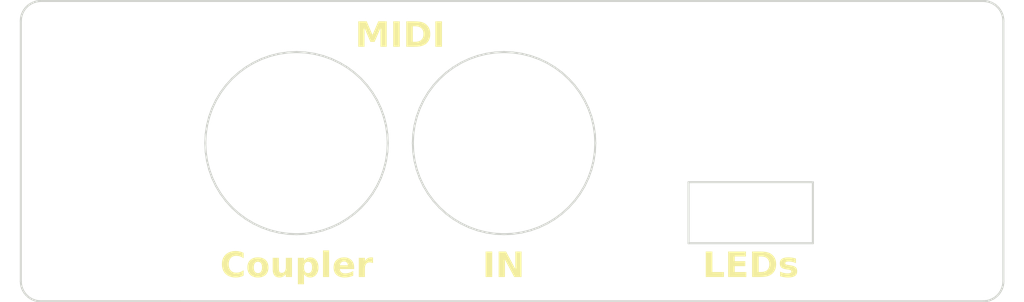
<source format=kicad_pcb>
(kicad_pcb (version 20221018) (generator pcbnew)

  (general
    (thickness 1.6)
  )

  (paper "A4")
  (layers
    (0 "F.Cu" signal)
    (31 "B.Cu" signal)
    (32 "B.Adhes" user "B.Adhesive")
    (33 "F.Adhes" user "F.Adhesive")
    (34 "B.Paste" user)
    (35 "F.Paste" user)
    (36 "B.SilkS" user "B.Silkscreen")
    (37 "F.SilkS" user "F.Silkscreen")
    (38 "B.Mask" user)
    (39 "F.Mask" user)
    (40 "Dwgs.User" user "User.Drawings")
    (41 "Cmts.User" user "User.Comments")
    (42 "Eco1.User" user "User.Eco1")
    (43 "Eco2.User" user "User.Eco2")
    (44 "Edge.Cuts" user)
    (45 "Margin" user)
    (46 "B.CrtYd" user "B.Courtyard")
    (47 "F.CrtYd" user "F.Courtyard")
    (48 "B.Fab" user)
    (49 "F.Fab" user)
    (50 "User.1" user)
    (51 "User.2" user)
    (52 "User.3" user)
    (53 "User.4" user)
    (54 "User.5" user)
    (55 "User.6" user)
    (56 "User.7" user)
    (57 "User.8" user)
    (58 "User.9" user)
  )

  (setup
    (pad_to_mask_clearance 0)
    (aux_axis_origin 92.5 82.5)
    (grid_origin 92.5 82.5)
    (pcbplotparams
      (layerselection 0x00010fc_ffffffff)
      (plot_on_all_layers_selection 0x0000000_00000000)
      (disableapertmacros false)
      (usegerberextensions true)
      (usegerberattributes true)
      (usegerberadvancedattributes true)
      (creategerberjobfile true)
      (dashed_line_dash_ratio 12.000000)
      (dashed_line_gap_ratio 3.000000)
      (svgprecision 6)
      (plotframeref false)
      (viasonmask false)
      (mode 1)
      (useauxorigin false)
      (hpglpennumber 1)
      (hpglpenspeed 20)
      (hpglpendiameter 15.000000)
      (dxfpolygonmode true)
      (dxfimperialunits true)
      (dxfusepcbnewfont true)
      (psnegative false)
      (psa4output false)
      (plotreference true)
      (plotvalue true)
      (plotinvisibletext false)
      (sketchpadsonfab false)
      (subtractmaskfromsilk true)
      (outputformat 1)
      (mirror false)
      (drillshape 0)
      (scaleselection 1)
      (outputdirectory "output/midi_in_faceplate_gerbers/")
    )
  )

  (net 0 "")

  (gr_line (start 90.5 111.2) (end 192.5 111.2)
    (stroke (width 0.15) (type dot)) (layer "Cmts.User") (tstamp 50b50592-6aff-4a5d-82e5-9f160bde1cea))
  (gr_line (start 90.5 83.8) (end 192.5 83.8)
    (stroke (width 0.15) (type dot)) (layer "Cmts.User") (tstamp 69c036e2-f8d9-4d00-930c-f9a00ca2a45b))
  (gr_line (start 90.5 106.7) (end 192.5 106.7)
    (stroke (width 0.15) (type dot)) (layer "Cmts.User") (tstamp b1fbcbd9-67b7-4aed-8893-8dbbd63609ae))
  (gr_line locked (start 190.3477 83.7346) (end 190.2638 83.5572)
    (stroke (width 0.2) (type solid)) (layer "Edge.Cuts") (tstamp 0137c3d7-ecb3-47de-81cd-e0f57422b771))
  (gr_line locked (start 141.5919 87.6438) (end 142.4753 87.7749)
    (stroke (width 0.2) (type solid)) (layer "Edge.Cuts") (tstamp 04193feb-789c-4c10-8a76-05163e502f33))
  (gr_line locked (start 188.5 112.5) (end 188.696 112.490372)
    (stroke (width 0.2) (type solid)) (layer "Edge.Cuts") (tstamp 049b7e53-a2d7-4223-b323-42b38b8f971f))
  (gr_line locked (start 190.5 110.5) (end 190.5 84.5)
    (stroke (width 0.2) (type solid)) (layer "Edge.Cuts") (tstamp 058262c9-7408-4a44-ac8c-7413f8f26462))
  (gr_line locked (start 128.4073 93.2176) (end 128.7081 94.0584)
    (stroke (width 0.2) (type solid)) (layer "Edge.Cuts") (tstamp 076f1d2f-1229-467c-9071-6da2df4bcf03))
  (gr_line locked (start 93.428345 112.18866) (end 93.64844 112.309662)
    (stroke (width 0.2) (type solid)) (layer "Edge.Cuts") (tstamp 0796111e-7da8-4832-b0f8-652445440383))
  (gr_line locked (start 116.5176 105.10732) (end 115.7103 104.72549)
    (stroke (width 0.2) (type solid)) (layer "Edge.Cuts") (tstamp 0d354ee4-d51d-4f4e-baff-83870c677c33))
  (gr_line locked (start 115.7103 88.6745) (end 116.5176 88.2927)
    (stroke (width 0.2) (type solid)) (layer "Edge.Cuts") (tstamp 0f671ca0-69e6-46db-8f94-ff363cc16882))
  (gr_line locked (start 190.4616 110.89018) (end 190.4904 110.69604)
    (stroke (width 0.2) (type solid)) (layer "Edge.Cuts") (tstamp 1235c81b-6aad-4e3b-8a95-9c9487c63249))
  (gr_line locked (start 93.88196 112.402115) (end 94.12523 112.464584)
    (stroke (width 0.2) (type solid)) (layer "Edge.Cuts") (tstamp 1239de3c-3ed9-44b4-a7a0-c462d84f40e9))
  (gr_line locked (start 128.0255 100.9897) (end 127.5664 101.7557)
    (stroke (width 0.2) (type solid)) (layer "Edge.Cuts") (tstamp 1307b1cf-4d98-4a1f-96fe-795096a860d9))
  (gr_line locked (start 147.7344 90.927) (end 148.2664 91.6443)
    (stroke (width 0.2) (type solid)) (layer "Edge.Cuts") (tstamp 1311c6df-6a7c-4b52-9821-70e83e1cb1aa))
  (gr_line locked (start 188.8902 112.461578) (end 189.0806 112.413895)
    (stroke (width 0.2) (type solid)) (layer "Edge.Cuts") (tstamp 13d1d102-3854-42e5-bc2a-f0afaf8c13cd))
  (gr_line locked (start 190.4904 84.304) (end 190.4616 84.1098)
    (stroke (width 0.2) (type solid)) (layer "Edge.Cuts") (tstamp 16c1dee4-570d-4f9d-b62d-8224fbcfe7ab))
  (gr_line locked (start 92.5 84.5) (end 92.5 110.5)
    (stroke (width 0.2) (type solid)) (layer "Edge.Cuts") (tstamp 17d50e23-624f-4746-a046-97184535f0fc))
  (gr_line locked (start 92.509628 84.304) (end 92.5 84.5)
    (stroke (width 0.2) (type solid)) (layer "Edge.Cuts") (tstamp 1ae770df-8418-4f64-bb28-d3454e18cb85))
  (gr_line locked (start 93.085785 83.0858) (end 92.953964 83.2312)
    (stroke (width 0.2) (type solid)) (layer "Edge.Cuts") (tstamp 1bbc99b3-a017-486a-828f-e899f1cc9de4))
  (gr_line locked (start 146.473 89.6656) (end 147.1347 90.2653)
    (stroke (width 0.2) (type solid)) (layer "Edge.Cuts") (tstamp 1c1e80e1-1b18-43fa-9e26-96053afdcfdb))
  (gr_line locked (start 171.5 106.70001) (end 159.1 106.70001)
    (stroke (width 0.2) (type solid)) (layer "Edge.Cuts") (tstamp 1cfb48be-8839-4cd4-a4e2-e6cff744c314))
  (gr_line locked (start 93.388855 82.8371) (end 93.231201 82.954)
    (stroke (width 0.2) (type solid)) (layer "Edge.Cuts") (tstamp 1e0a562f-b356-4a43-9202-f0533a80d7cf))
  (gr_line locked (start 92.538422 84.1098) (end 92.509628 84.304)
    (stroke (width 0.2) (type solid)) (layer "Edge.Cuts") (tstamp 1e0e45a0-2456-4942-8ac0-c526fbfeeebc))
  (gr_line locked (start 131.9918 99.3416) (end 131.7748 98.4753)
    (stroke (width 0.2) (type solid)) (layer "Edge.Cuts") (tstamp 2116a478-b976-4884-a8b6-2b37c6eecdc4))
  (gr_line locked (start 136.4103 104.72549) (end 135.6443 104.26639)
    (stroke (width 0.2) (type solid)) (layer "Edge.Cuts") (tstamp 21b628b8-d2f1-45b4-a464-dda36656fe13))
  (gr_line locked (start 126.4347 90.2653) (end 127.0344 90.927)
    (stroke (width 0.2) (type solid)) (layer "Edge.Cuts") (tstamp 2270bb48-a42f-4409-814e-8c902d6cc1ea))
  (gr_line locked (start 144.1824 88.2927) (end 144.9897 88.6745)
    (stroke (width 0.2) (type solid)) (layer "Edge.Cuts") (tstamp 22d957ba-4e9e-4810-930b-3e0ee854b851))
  (gr_line locked (start 93.73462 82.6523) (end 93.55721 82.7362)
    (stroke (width 0.2) (type solid)) (layer "Edge.Cuts") (tstamp 2460045d-1e02-43b0-985a-c6c89ca3db24))
  (gr_line locked (start 149.8 96.7) (end 149.7562 97.592)
    (stroke (width 0.2) (type solid)) (layer "Edge.Cuts") (tstamp 25e21e6b-e8e3-47cc-86c4-3af8ce299c4f))
  (gr_line locked (start 92.56282 110.99739) (end 92.640442 111.23625)
    (stroke (width 0.2) (type solid)) (layer "Edge.Cuts") (tstamp 26dd5ee0-362c-4baa-a2f6-ef391cd26b35))
  (gr_line locked (start 132.2927 93.2176) (end 132.6745 92.4103)
    (stroke (width 0.2) (type solid)) (layer "Edge.Cuts") (tstamp 27a9ee76-3db2-4e06-8ddd-b2308027c6f0))
  (gr_line locked (start 132.6745 100.9897) (end 132.2927 100.1824)
    (stroke (width 0.2) (type solid)) (layer "Edge.Cuts") (tstamp 28a40f19-0800-477e-9fff-0a92e5a05bb0))
  (gr_line locked (start 132.6745 92.4103) (end 133.1336 91.6443)
    (stroke (width 0.2) (type solid)) (layer "Edge.Cuts") (tstamp 2aac1fcf-b664-45dd-844c-dac19ecf8ea6))
  (gr_line locked (start 93.225143 112.041031) (end 93.428345 112.18866)
    (stroke (width 0.2) (type solid)) (layer "Edge.Cuts") (tstamp 2d17c94f-eec1-4dc4-8b9b-4912ecc39f53))
  (gr_line locked (start 190.4139 83.9194) (end 190.3477 83.7346)
    (stroke (width 0.2) (type solid)) (layer "Edge.Cuts") (tstamp 2dae5d9a-cab7-4e05-a8de-ed3fa9fe9d92))
  (gr_line locked (start 190.4616 84.1098) (end 190.4139 83.9194)
    (stroke (width 0.2) (type solid)) (layer "Edge.Cuts") (tstamp 2e1f72ad-bc29-48d7-a122-44b24c57b37c))
  (gr_line locked (start 189.2654 112.347763) (end 189.4428 112.263855)
    (stroke (width 0.2) (type solid)) (layer "Edge.Cuts") (tstamp 2e62dcbb-2788-4394-abb6-2822c06334f7))
  (gr_line locked (start 190.046 83.2312) (end 189.9142 83.0858)
    (stroke (width 0.2) (type solid)) (layer "Edge.Cuts") (tstamp 2edcaf8b-77c5-425f-be99-504c209d9a01))
  (gr_line locked (start 142.4753 87.7749) (end 143.3416 87.9919)
    (stroke (width 0.2) (type solid)) (layer "Edge.Cuts") (tstamp 313651c7-3021-4e23-b442-3af8b0ddc738))
  (gr_line locked (start 190.2638 83.5572) (end 190.1629 83.3889)
    (stroke (width 0.2) (type solid)) (layer "Edge.Cuts") (tstamp 3158a525-96c3-4930-91d9-dfd1006c0b9c))
  (gr_line locked (start 188.696 82.5096) (end 188.5 82.5)
    (stroke (width 0.2) (type solid)) (layer "Edge.Cuts") (tstamp 324ea98f-ea50-4762-b26a-5a27c3b59edf))
  (gr_line locked (start 92.652237 83.7346) (end 92.586105 83.9194)
    (stroke (width 0.2) (type solid)) (layer "Edge.Cuts") (tstamp 35104d4e-26bc-48b1-90c8-4da566d9a0cb))
  (gr_line locked (start 189.6111 112.162949) (end 189.7688 112.046036)
    (stroke (width 0.2) (type solid)) (layer "Edge.Cuts") (tstamp 354e7e45-5459-441e-925b-39cadccffe64))
  (gr_line locked (start 133.6656 102.473) (end 133.1336 101.7557)
    (stroke (width 0.2) (type solid)) (layer "Edge.Cuts") (tstamp 37016ed4-ed45-42e0-8d0b-d29f3ed13b22))
  (gr_line locked (start 190.2638 111.44279) (end 190.3477 111.26538)
    (stroke (width 0.2) (type solid)) (layer "Edge.Cuts") (tstamp 37823414-c3db-4cad-833a-be9e4d1b0dd1))
  (gr_line locked (start 139.808 87.6438) (end 140.7 87.6)
    (stroke (width 0.2) (type solid)) (layer "Edge.Cuts") (tstamp 37e963b2-a6ce-4a8c-aa46-1f8bbfcae6c1))
  (gr_line locked (start 129.0562 97.592) (end 128.9251 98.4753)
    (stroke (width 0.2) (type solid)) (layer "Edge.Cuts") (tstamp 39576d01-7684-478e-bec7-4c71dfbbbebb))
  (gr_line locked (start 135.6443 89.1336) (end 136.4103 88.6745)
    (stroke (width 0.2) (type solid)) (layer "Edge.Cuts") (tstamp 411a0111-bd34-479a-8770-6ff926145fe8))
  (gr_line locked (start 189.0806 112.413895) (end 189.2654 112.347763)
    (stroke (width 0.2) (type solid)) (layer "Edge.Cuts") (tstamp 426a0eff-d5f5-4a9a-bf75-d56a6ca76139))
  (gr_line locked (start 127.5664 101.7557) (end 127.0344 102.473)
    (stroke (width 0.2) (type solid)) (layer "Edge.Cuts") (tstamp 42b54472-c8e3-4b35-8208-3cd59f935b92))
  (gr_line locked (start 128.7081 94.0584) (end 128.9251 94.9247)
    (stroke (width 0.2) (type solid)) (layer "Edge.Cuts") (tstamp 443cec9c-6230-4232-833a-bd2e18388160))
  (gr_line locked (start 111.5927 93.2176) (end 111.9745 92.4103)
    (stroke (width 0.2) (type solid)) (layer "Edge.Cuts") (tstamp 44472cb6-6980-4d93-bb54-c53c9273d71f))
  (gr_line locked (start 125.0557 104.26639) (end 124.2897 104.72549)
    (stroke (width 0.2) (type solid)) (layer "Edge.Cuts") (tstamp 44987f6a-6347-4d96-8ca5-5f6ed86f7038))
  (gr_line locked (start 112.4336 101.7557) (end 111.9745 100.9897)
    (stroke (width 0.2) (type solid)) (layer "Edge.Cuts") (tstamp 44a6da21-1237-48f9-a127-e85066e3e12f))
  (gr_line locked (start 149.4081 99.3416) (end 149.1073 100.1824)
    (stroke (width 0.2) (type solid)) (layer "Edge.Cuts") (tstamp 44b9c998-b195-4d4e-a535-3fa6265f02bf))
  (gr_line locked (start 146.473 103.73441) (end 145.7557 104.26639)
    (stroke (width 0.2) (type solid)) (layer "Edge.Cuts") (tstamp 4633779e-c0e9-478c-b87b-4029989dd9fc))
  (gr_line locked (start 149.6251 94.9247) (end 149.7562 95.808)
    (stroke (width 0.2) (type solid)) (layer "Edge.Cuts") (tstamp 463997cf-5ccc-4d84-b9cf-fcdb0858ae88))
  (gr_line locked (start 111.2918 94.0584) (end 111.5927 93.2176)
    (stroke (width 0.2) (type solid)) (layer "Edge.Cuts") (tstamp 47081267-a21b-4703-b91d-ff5bcd4ba68b))
  (gr_line locked (start 190.046 111.768799) (end 190.1629 111.611145)
    (stroke (width 0.2) (type solid)) (layer "Edge.Cuts") (tstamp 471c2c5b-5dc6-429e-bd01-ca71d24e5903))
  (gr_line locked (start 129.0562 95.808) (end 129.1 96.7)
    (stroke (width 0.2) (type solid)) (layer "Edge.Cuts") (tstamp 4a53ebfa-04ff-4e99-ace0-ab468b576c1b))
  (gr_line locked (start 122.6416 105.40816) (end 121.7753 105.62515)
    (stroke (width 0.2) (type solid)) (layer "Edge.Cuts") (tstamp 4b2b9a82-0bec-4ed8-9973-7d34e60ff2e3))
  (gr_line locked (start 148.2664 91.6443) (end 148.7255 92.4103)
    (stroke (width 0.2) (type solid)) (layer "Edge.Cuts") (tstamp 4c5752c5-b96f-4c03-a8ca-f79461831552))
  (gr_line locked (start 131.7748 94.9247) (end 131.9918 94.0584)
    (stroke (width 0.2) (type solid)) (layer "Edge.Cuts") (tstamp 4d3492d1-fbff-4eca-8df7-90049347fcf2))
  (gr_line locked (start 111.9745 92.4103) (end 112.4336 91.6443)
    (stroke (width 0.2) (type solid)) (layer "Edge.Cuts") (tstamp 4f3eb7ee-274c-4904-8ef8-13d9c345897e))
  (gr_line locked (start 127.0344 90.927) (end 127.5664 91.6443)
    (stroke (width 0.2) (type solid)) (layer "Edge.Cuts") (tstamp 5034427e-faff-4a79-92e1-4d2600c10a6f))
  (gr_line locked (start 133.1336 91.6443) (end 133.6656 90.927)
    (stroke (width 0.2) (type solid)) (layer "Edge.Cuts") (tstamp 50d0e27c-1556-429a-96f5-2a02b11847fa))
  (gr_line locked (start 148.7255 100.9897) (end 148.2664 101.7557)
    (stroke (width 0.2) (type solid)) (layer "Edge.Cuts") (tstamp 51136d69-6af2-48f1-a8c3-84f55df39156))
  (gr_line locked (start 93.55721 82.7362) (end 93.388855 82.8371)
    (stroke (width 0.2) (type solid)) (layer "Edge.Cuts") (tstamp 546cac61-e351-4fff-9d40-9ddf05c3a5fa))
  (gr_line locked (start 92.747375 111.46352) (end 92.881958 111.675583)
    (stroke (width 0.2) (type solid)) (layer "Edge.Cuts") (tstamp 58ef7981-7653-4fb0-8496-e1aec93e3857))
  (gr_line locked (start 149.7562 97.592) (end 149.6251 98.4753)
    (stroke (width 0.2) (type solid)) (layer "Edge.Cuts") (tstamp 5b527d42-522c-4ed2-80fe-bda96dc4df5f))
  (gr_line locked (start 111.5927 100.1824) (end 111.2918 99.3416)
    (stroke (width 0.2) (type solid)) (layer "Edge.Cuts") (tstamp 5d017e89-0331-478d-9005-7b2a77b31a14))
  (gr_line locked (start 131.6438 97.592) (end 131.6 96.7)
    (stroke (width 0.2) (type solid)) (layer "Edge.Cuts") (tstamp 5d632c7f-23a2-44cb-9127-18a6c07a2d22))
  (gr_line locked (start 188.5 82.5) (end 94.5 82.5)
    (stroke (width 0.2) (type solid)) (layer "Edge.Cuts") (tstamp 61858d9c-ef50-4957-8091-4eeafdc4f0c0))
  (gr_line locked (start 145.7557 89.1336) (end 146.473 89.6656)
    (stroke (width 0.2) (type solid)) (layer "Edge.Cuts") (tstamp 6326fda5-7b32-4040-8240-097b55e86dd8))
  (gr_line locked (start 190.4139 111.08058) (end 190.4616 110.89018)
    (stroke (width 0.2) (type solid)) (layer "Edge.Cuts") (tstamp 65b3518d-662c-4367-b068-54e817f48dfc))
  (gr_line locked (start 132.2927 100.1824) (end 131.9918 99.3416)
    (stroke (width 0.2) (type solid)) (layer "Edge.Cuts") (tstamp 65f913f9-d244-4dbb-b98d-4fe540480fa6))
  (gr_line locked (start 112.9656 102.473) (end 112.4336 101.7557)
    (stroke (width 0.2) (type solid)) (layer "Edge.Cuts") (tstamp 666429ef-87c9-4676-8d3e-c8f31ea5a77f))
  (gr_line locked (start 110.9438 97.592) (end 110.9 96.7)
    (stroke (width 0.2) (type solid)) (layer "Edge.Cuts") (tstamp 6ae5e381-37e6-4330-b067-ea1a3c456d83))
  (gr_line locked (start 142.4753 105.62515) (end 141.5919 105.7562)
    (stroke (width 0.2) (type solid)) (layer "Edge.Cuts") (tstamp 6b79bc5c-8313-4313-9371-ecfade96b818))
  (gr_line locked (start 118.2247 105.62515) (end 117.3584 105.40816)
    (stroke (width 0.2) (type solid)) (layer "Edge.Cuts") (tstamp 6f09a3f5-647d-4c78-82f1-2d729498674d))
  (gr_line locked (start 125.773 103.73441) (end 125.0557 104.26639)
    (stroke (width 0.2) (type solid)) (layer "Edge.Cuts") (tstamp 70221935-fc60-4680-8a1b-814de815cd79))
  (gr_line locked (start 189.7688 82.954) (end 189.6111 82.8371)
    (stroke (width 0.2) (type solid)) (layer "Edge.Cuts") (tstamp 70e163ad-2c57-42ba-9c96-54270e34f860))
  (gr_line locked (start 149.4081 94.0584) (end 149.6251 94.9247)
    (stroke (width 0.2) (type solid)) (layer "Edge.Cuts") (tstamp 73c94d2c-4cb2-4a70-870b-5cd19c87ebc9))
  (gr_line locked (start 189.0806 82.5861) (end 188.8902 82.5384)
    (stroke (width 0.2) (type solid)) (layer "Edge.Cuts") (tstamp 75148eae-7d4b-4045-97ad-4c7c766eb24a))
  (gr_line locked (start 137.2176 88.2927) (end 138.0584 87.9919)
    (stroke (width 0.2) (type solid)) (layer "Edge.Cuts") (tstamp 76f69497-bf18-4bfa-9f43-0b83c75bbea9))
  (gr_line locked (start 119.108 105.7562) (end 118.2247 105.62515)
    (stroke (width 0.2) (type solid)) (layer "Edge.Cuts") (tstamp 774fd597-52f2-4e6b-9d78-32f4226933a1))
  (gr_line locked (start 138.9247 87.7749) (end 139.808 87.6438)
    (stroke (width 0.2) (type solid)) (layer "Edge.Cuts") (tstamp 7a24b77f-ff6a-470b-bf4c-9a1eed03bf6b))
  (gr_line locked (start 148.7255 92.4103) (end 149.1073 93.2176)
    (stroke (width 0.2) (type solid)) (layer "Edge.Cuts") (tstamp 7bcc94ab-199c-4f63-9f3f-5c378ca78107))
  (gr_line locked (start 189.9142 83.0858) (end 189.7688 82.954)
    (stroke (width 0.2) (type solid)) (layer "Edge.Cuts") (tstamp 7bdfba56-28cc-4bbe-96da-4f1fc4cbdc17))
  (gr_line locked (start 128.9251 98.4753) (end 128.7081 99.3416)
    (stroke (width 0.2) (type solid)) (layer "Edge.Cuts") (tstamp 7e415833-30fb-4577-b460-87e489953ebf))
  (gr_line locked (start 159.1 100.6) (end 171.5 100.6)
    (stroke (width 0.2) (type solid)) (layer "Edge.Cuts") (tstamp 7f390a09-efc5-4cc2-a8f0-1306a1535bed))
  (gr_line locked (start 123.4824 105.10732) (end 122.6416 105.40816)
    (stroke (width 0.2) (type solid)) (layer "Edge.Cuts") (tstamp 7fcac586-36a7-4dc9-879d-53247f619b06))
  (gr_line locked (start 121.7753 105.62515) (end 120.892 105.7562)
    (stroke (width 0.2) (type solid)) (layer "Edge.Cuts") (tstamp 81598e8e-f4d4-4d03-a8b6-bf107fe446d8))
  (gr_line locked (start 147.7344 102.473) (end 147.1347 103.13467)
    (stroke (width 0.2) (type solid)) (layer "Edge.Cuts") (tstamp 82e69090-34f9-490b-980d-03f5d0e81cc3))
  (gr_line locked (start 147.1347 103.13467) (end 146.473 103.73441)
    (stroke (width 0.2) (type solid)) (layer "Edge.Cuts") (tstamp 834e8d86-57ec-46bf-9878-56615eadf0d5))
  (gr_line locked (start 93.91942 82.5861) (end 93.73462 82.6523)
    (stroke (width 0.2) (type solid)) (layer "Edge.Cuts") (tstamp 837d3867-6908-420b-8a10-3b3df028525b))
  (gr_line locked (start 141.5919 105.7562) (end 140.7 105.8)
    (stroke (width 0.2) (type solid)) (layer "Edge.Cuts") (tstamp 848a94fa-bad0-4b9e-be3f-c78e50a4338c))
  (gr_line locked (start 127.0344 102.473) (end 126.4347 103.13467)
    (stroke (width 0.2) (type solid)) (layer "Edge.Cuts") (tstamp 86f21361-2297-48f7-8550-c53022d4905e))
  (gr_line locked (start 94.10982 82.5384) (end 93.91942 82.5861)
    (stroke (width 0.2) (type solid)) (layer "Edge.Cuts") (tstamp 88af0be1-d2d9-4c7d-b8ce-18b432153a32))
  (gr_line locked (start 131.9918 94.0584) (end 132.2927 93.2176)
    (stroke (width 0.2) (type solid)) (layer "Edge.Cuts") (tstamp 8925c670-2077-49e4-84ad-bbfbd03ea8d4))
  (gr_line locked (start 116.5176 88.2927) (end 117.3584 87.9919)
    (stroke (width 0.2) (type solid)) (layer "Edge.Cuts") (tstamp 8d6ec739-4ad7-431c-bcae-8f1bca83bd5c))
  (gr_line locked (start 134.927 103.73441) (end 134.2653 103.13467)
    (stroke (width 0.2) (type solid)) (layer "Edge.Cuts") (tstamp 8ee6f93f-1410-4f89-81cf-23dd25660786))
  (gr_line locked (start 128.4073 100.1824) (end 128.0255 100.9897)
    (stroke (width 0.2) (type solid)) (layer "Edge.Cuts") (tstamp 8f1ab00f-d28e-46d3-9af6-8a4c40b85d18))
  (gr_line locked (start 189.4428 112.263855) (end 189.6111 112.162949)
    (stroke (width 0.2) (type solid)) (layer "Edge.Cuts") (tstamp 90154e6d-6f4f-47cb-a54a-76f0166deed6))
  (gr_line locked (start 127.5664 91.6443) (end 128.0255 92.4103)
    (stroke (width 0.2) (type solid)) (layer "Edge.Cuts") (tstamp 908fd2a7-3f1f-4b3e-b313-32ade1a86fcf))
  (gr_line locked (start 92.736145 83.5572) (end 92.652237 83.7346)
    (stroke (width 0.2) (type solid)) (layer "Edge.Cuts") (tstamp 93bce558-61fe-4573-a976-fca939fb4e47))
  (gr_line locked (start 140.7 105.8) (end 139.808 105.7562)
    (stroke (width 0.2) (type solid)) (layer "Edge.Cuts") (tstamp 9583371a-e204-45d6-933d-a56f543174d3))
  (gr_line locked (start 190.1629 83.3889) (end 190.046 83.2312)
    (stroke (width 0.2) (type solid)) (layer "Edge.Cuts") (tstamp 9592b21a-ac01-48ed-be9d-ff9cf0fbb4ac))
  (gr_line locked (start 147.1347 90.2653) (end 147.7344 90.927)
    (stroke (width 0.2) (type solid)) (layer "Edge.Cuts") (tstamp 98d47ff3-17f3-41f6-9499-7cceaf3576ee))
  (gr_line locked (start 115.7103 104.72549) (end 114.9443 104.26639)
    (stroke (width 0.2) (type solid)) (layer "Edge.Cuts") (tstamp 9a272a2a-810f-400a-a89a-a84b773a739e))
  (gr_line locked (start 144.9897 104.72549) (end 144.1824 105.10732)
    (stroke (width 0.2) (type solid)) (layer "Edge.Cuts") (tstamp 9a61d477-1554-4545-b14d-1f0ef753ad75))
  (gr_line locked (start 117.3584 87.9919) (end 118.2247 87.7749)
    (stroke (width 0.2) (type solid)) (layer "Edge.Cuts") (tstamp 9a7daa24-8af1-4f62-bca6-5736ce135484))
  (gr_line locked (start 94.5 82.5) (end 94.30396 82.5096)
    (stroke (width 0.2) (type solid)) (layer "Edge.Cuts") (tstamp 9b054bde-4c64-4d6b-8a80-0c58e4c157a6))
  (gr_line locked (start 120 105.8) (end 119.108 105.7562)
    (stroke (width 0.2) (type solid)) (layer "Edge.Cuts") (tstamp 9b1ee2ef-a30d-4a2a-b410-4bb23cc295c6))
  (gr_line locked (start 128.0255 92.4103) (end 128.4073 93.2176)
    (stroke (width 0.2) (type solid)) (layer "Edge.Cuts") (tstamp 9bded066-c4c9-44bf-80e8-a38c92965a6c))
  (gr_line locked (start 93.042053 111.869095) (end 93.225143 112.041031)
    (stroke (width 0.2) (type solid)) (layer "Edge.Cuts") (tstamp 9c00f60f-8241-4866-8cdb-e26e8e2f3cbe))
  (gr_line locked (start 122.6416 87.9919) (end 123.4824 88.2927)
    (stroke (width 0.2) (type solid)) (layer "Edge.Cuts") (tstamp 9cd8da7b-5757-4d0b-9e23-52c08523cdd7))
  (gr_line locked (start 189.2654 82.6523) (end 189.0806 82.5861)
    (stroke (width 0.2) (type solid)) (layer "Edge.Cuts") (tstamp 9cf83680-dcc8-4416-977d-a3ab7c687b72))
  (gr_line locked (start 139.808 105.7562) (end 138.9247 105.62515)
    (stroke (width 0.2) (type solid)) (layer "Edge.Cuts") (tstamp 9dfe61d9-77c1-49a0-9f85-22fc13a8c78e))
  (gr_line locked (start 128.7081 99.3416) (end 128.4073 100.1824)
    (stroke (width 0.2) (type solid)) (layer "Edge.Cuts") (tstamp a3d68576-9f26-4f93-bfc3-1be8a22a87d6))
  (gr_line locked (start 137.2176 105.10732) (end 136.4103 104.72549)
    (stroke (width 0.2) (type solid)) (layer "Edge.Cuts") (tstamp a3ec5eda-e0a3-4194-a0d9-7374d59e91a3))
  (gr_line locked (start 92.5 110.5) (end 92.515762 110.75067)
    (stroke (width 0.2) (type solid)) (layer "Edge.Cuts") (tstamp a65e169c-14e5-4be1-ab40-c540c6ce1ec4))
  (gr_line locked (start 114.227 89.6656) (end 114.9443 89.1336)
    (stroke (width 0.2) (type solid)) (layer "Edge.Cuts") (tstamp a686bda2-54d1-4859-aa68-443afe8daa5a))
  (gr_line locked (start 94.3744 112.496063) (end 188.5 112.5)
    (stroke (width 0.2) (type solid)) (layer "Edge.Cuts") (tstamp a755eedf-58fa-4e73-9c71-9a6fd1d1c604))
  (gr_line locked (start 125.773 89.6656) (end 126.4347 90.2653)
    (stroke (width 0.2) (type solid)) (layer "Edge.Cuts") (tstamp a7e83681-6c93-4ab6-8e57-7ded080c3237))
  (gr_line locked (start 189.7688 112.046036) (end 189.9142 111.914215)
    (stroke (width 0.2) (type solid)) (layer "Edge.Cuts") (tstamp a9a88e89-5f65-4fb5-879c-70d2ec19cce3))
  (gr_line locked (start 114.9443 89.1336) (end 115.7103 88.6745)
    (stroke (width 0.2) (type solid)) (layer "Edge.Cuts") (tstamp ab8c1142-e71e-4b6a-9e1e-7f3295b4997c))
  (gr_line locked (start 189.6111 82.8371) (end 189.4428 82.7362)
    (stroke (width 0.2) (type solid)) (layer "Edge.Cuts") (tstamp ab9dee90-1c00-4e33-b7dc-bb35c7c1a9dc))
  (gr_line locked (start 171.5 100.6) (end 171.5 106.70001)
    (stroke (width 0.2) (type solid)) (layer "Edge.Cuts") (tstamp b061d8f0-89bf-4227-8aab-a6a83100db9c))
  (gr_line locked (start 136.4103 88.6745) (end 137.2176 88.2927)
    (stroke (width 0.2) (type solid)) (layer "Edge.Cuts") (tstamp b24e8601-49ac-46e9-ab85-1098f088b003))
  (gr_line locked (start 114.9443 104.26639) (end 114.227 103.73441)
    (stroke (width 0.2) (type solid)) (layer "Edge.Cuts") (tstamp b251220e-8668-4780-8d1a-e564999631b3))
  (gr_line locked (start 113.5653 103.13467) (end 112.9656 102.473)
    (stroke (width 0.2) (type solid)) (layer "Edge.Cuts") (tstamp b3eace85-5a88-4ced-af9b-52b1089a7ac7))
  (gr_line locked (start 94.12523 112.464584) (end 94.3744 112.496063)
    (stroke (width 0.2) (type solid)) (layer "Edge.Cuts") (tstamp b404e643-061a-4cec-a6a7-e479475aa453))
  (gr_line locked (start 143.3416 87.9919) (end 144.1824 88.2927)
    (stroke (width 0.2) (type solid)) (layer "Edge.Cuts") (tstamp b484b6e0-01a4-4be4-80cf-d486f5fd0505))
  (gr_line locked (start 133.1336 101.7557) (end 132.6745 100.9897)
    (stroke (width 0.2) (type solid)) (layer "Edge.Cuts") (tstamp b6b45f7b-8b2d-4b6d-9092-a79a4809f77c))
  (gr_line locked (start 144.9897 88.6745) (end 145.7557 89.1336)
    (stroke (width 0.2) (type solid)) (layer "Edge.Cuts") (tstamp b6dde97d-f6c6-4c94-b0cc-788524934740))
  (gr_line locked (start 113.5653 90.2653) (end 114.227 89.6656)
    (stroke (width 0.2) (type solid)) (layer "Edge.Cuts") (tstamp b837eaaa-2f12-458b-8652-fa88b30c494b))
  (gr_line locked (start 112.9656 90.927) (end 113.5653 90.2653)
    (stroke (width 0.2) (type solid)) (layer "Edge.Cuts") (tstamp ba403cf9-9683-413a-b5c7-754dafc6250b))
  (gr_line locked (start 120.892 105.7562) (end 120 105.8)
    (stroke (width 0.2) (type solid)) (layer "Edge.Cuts") (tstamp ba97c6c4-9334-4c29-85bb-312472b2a5e7))
  (gr_line locked (start 124.2897 104.72549) (end 123.4824 105.10732)
    (stroke (width 0.2) (type solid)) (layer "Edge.Cuts") (tstamp bb4ad904-7d32-4f56-b162-1f5a0eb2341e))
  (gr_line locked (start 92.640442 111.23625) (end 92.747375 111.46352)
    (stroke (width 0.2) (type solid)) (layer "Edge.Cuts") (tstamp bcb54427-c0f8-40fa-8502-57f997b2d663))
  (gr_line locked (start 131.6 96.7) (end 131.6438 95.808)
    (stroke (width 0.2) (type solid)) (layer "Edge.Cuts") (tstamp bd7cdaef-9f7b-4613-bbaf-0db1487934d2))
  (gr_line locked (start 110.9438 95.808) (end 111.0748 94.9247)
    (stroke (width 0.2) (type solid)) (layer "Edge.Cuts") (tstamp bf647a28-0ef1-4186-ad75-37271af53bde))
  (gr_line locked (start 140.7 87.6) (end 141.5919 87.6438)
    (stroke (width 0.2) (type solid)) (layer "Edge.Cuts") (tstamp c11c4055-f734-4bff-aa39-a3db9069f670))
  (gr_line locked (start 159.1 106.70001) (end 159.1 100.6)
    (stroke (width 0.2) (type solid)) (layer "Edge.Cuts") (tstamp c13a0ee8-c725-4373-95d6-17aec9ae7a35))
  (gr_line locked (start 119.108 87.6438) (end 120 87.6)
    (stroke (width 0.2) (type solid)) (layer "Edge.Cuts") (tstamp c3ca866e-e272-4a2a-89f3-4b20b7e711ab))
  (gr_line locked (start 144.1824 105.10732) (end 143.3416 105.40816)
    (stroke (width 0.2) (type solid)) (layer "Edge.Cuts") (tstamp c4220e81-53ac-4940-9de1-80e7492e70d7))
  (gr_line locked (start 114.227 103.73441) (end 113.5653 103.13467)
    (stroke (width 0.2) (type solid)) (layer "Edge.Cuts") (tstamp c4763531-008d-4bf3-bd18-ec55c7cb99ca))
  (gr_line locked (start 92.953964 83.2312) (end 92.837051 83.3889)
    (stroke (width 0.2) (type solid)) (layer "Edge.Cuts") (tstamp c47c94d3-2166-4575-93a9-6dfc739581c4))
  (gr_line locked (start 131.6438 95.808) (end 131.7748 94.9247)
    (stroke (width 0.2) (type solid)) (layer "Edge.Cuts") (tstamp c824e765-1fb6-4921-b5c9-c34403d99188))
  (gr_line locked (start 145.7557 104.26639) (end 144.9897 104.72549)
    (stroke (width 0.2) (type solid)) (layer "Edge.Cuts") (tstamp c8c48793-d2d0-4d4b-918a-782f8a5a72cd))
  (gr_line locked (start 126.4347 103.13467) (end 125.773 103.73441)
    (stroke (width 0.2) (type solid)) (layer "Edge.Cuts") (tstamp c94646d2-c2a0-4375-9967-b2ef1d59f8d8))
  (gr_line locked (start 117.3584 105.40816) (end 116.5176 105.10732)
    (stroke (width 0.2) (type solid)) (layer "Edge.Cuts") (tstamp cd918f27-7801-47f4-aeb3-bfd099e8ed3d))
  (gr_line locked (start 118.2247 87.7749) (end 119.108 87.6438)
    (stroke (width 0.2) (type solid)) (layer "Edge.Cuts") (tstamp d0bcfcb6-65e0-4901-b7e9-9bc4800499c7))
  (gr_line locked (start 129.1 96.7) (end 129.0562 97.592)
    (stroke (width 0.2) (type solid)) (layer "Edge.Cuts") (tstamp d0d5eafe-f223-40a8-9252-f0abf0409e9a))
  (gr_line locked (start 131.7748 98.4753) (end 131.6438 97.592)
    (stroke (width 0.2) (type solid)) (layer "Edge.Cuts") (tstamp d1b07e63-2606-4200-9626-7cf7c4a19be2))
  (gr_line locked (start 133.6656 90.927) (end 134.2653 90.2653)
    (stroke (width 0.2) (type solid)) (layer "Edge.Cuts") (tstamp d52ff88a-a2df-4494-b7f7-03f6e5ed9aff))
  (gr_line locked (start 128.9251 94.9247) (end 129.0562 95.808)
    (stroke (width 0.2) (type solid)) (layer "Edge.Cuts") (tstamp d5cd1b72-51ba-4144-b470-77c6061accf8))
  (gr_line locked (start 143.3416 105.40816) (end 142.4753 105.62515)
    (stroke (width 0.2) (type solid)) (layer "Edge.Cuts") (tstamp d646e01f-b3cd-4a21-8122-66afc8039d8a))
  (gr_line locked (start 138.9247 105.62515) (end 138.0584 105.40816)
    (stroke (width 0.2) (type solid)) (layer "Edge.Cuts") (tstamp d73a9a36-3452-4801-818d-a7f0e8666389))
  (gr_line locked (start 124.2897 88.6745) (end 125.0557 89.1336)
    (stroke (width 0.2) (type solid)) (layer "Edge.Cuts") (tstamp d80d8876-efa4-4782-8f36-27f8343446b6))
  (gr_line locked (start 189.9142 111.914215) (end 190.046 111.768799)
    (stroke (width 0.2) (type solid)) (layer "Edge.Cuts") (tstamp d830f3fd-4cad-44f2-a118-8dc00562d1c0))
  (gr_line locked (start 149.6251 98.4753) (end 149.4081 99.3416)
    (stroke (width 0.2) (type solid)) (layer "Edge.Cuts") (tstamp d91e8e16-1c85-45c9-b234-853e4d370d1a))
  (gr_line locked (start 111.9745 100.9897) (end 111.5927 100.1824)
    (stroke (width 0.2) (type solid)) (layer "Edge.Cuts") (tstamp da851a9f-6b98-4238-94da-cee8da6ff7ef))
  (gr_line locked (start 188.8902 82.5384) (end 188.696 82.5096)
    (stroke (width 0.2) (type solid)) (layer "Edge.Cuts") (tstamp da865660-74de-4c0f-b3d4-add2f2ccfa6d))
  (gr_line locked (start 189.4428 82.7362) (end 189.2654 82.6523)
    (stroke (width 0.2) (type solid)) (layer "Edge.Cuts") (tstamp db598cf3-cd1b-498c-9fa2-2028e25c72eb))
  (gr_line locked (start 111.0748 94.9247) (end 111.2918 94.0584)
    (stroke (width 0.2) (type solid)) (layer "Edge.Cuts") (tstamp dbe592cf-d4a0-41be-9abb-f69ec5acc675))
  (gr_line locked (start 138.0584 87.9919) (end 138.9247 87.7749)
    (stroke (width 0.2) (type solid)) (layer "Edge.Cuts") (tstamp dc4476fa-21b8-4295-9678-e9ec695b26fd))
  (gr_line locked (start 134.2653 90.2653) (end 134.927 89.6656)
    (stroke (width 0.2) (type solid)) (layer "Edge.Cuts") (tstamp ded80bb4-492d-465d-b1ce-4c7c74dfcde7))
  (gr_line locked (start 190.3477 111.26538) (end 190.4139 111.08058)
    (stroke (width 0.2) (type solid)) (layer "Edge.Cuts") (tstamp defeb12e-5f02-454f-a2bb-8b3cebca3815))
  (gr_line locked (start 92.881958 111.675583) (end 93.042053 111.869095)
    (stroke (width 0.2) (type solid)) (layer "Edge.Cuts") (tstamp dfb6cea6-2ffb-441b-be21-f3f74c49d296))
  (gr_line locked (start 94.30396 82.5096) (end 94.10982 82.5384)
    (stroke (width 0.2) (type solid)) (layer "Edge.Cuts") (tstamp dfd022a1-171e-4b4b-823f-551248fe2f6e))
  (gr_line locked (start 125.0557 89.1336) (end 125.773 89.6656)
    (stroke (width 0.2) (type solid)) (layer "Edge.Cuts") (tstamp e05e88b5-880a-4d3c-8df1-657ad5e6886e))
  (gr_line locked (start 92.586105 83.9194) (end 92.538422 84.1098)
    (stroke (width 0.2) (type solid)) (layer "Edge.Cuts") (tstamp e18ef97e-118a-4d2e-bf43-b3adaeb70e9f))
  (gr_line locked (start 93.231201 82.954) (end 93.085785 83.0858)
    (stroke (width 0.2) (type solid)) (layer "Edge.Cuts") (tstamp e1e9b718-297e-43b7-b944-9ba5e7f0fe36))
  (gr_line locked (start 190.5 84.5) (end 190.4904 84.304)
    (stroke (width 0.2) (type solid)) (layer "Edge.Cuts") (tstamp e5668cd9-f81b-4881-87b8-c5feabbf91f8))
  (gr_line locked (start 138.0584 105.40816) (end 137.2176 105.10732)
    (stroke (width 0.2) (type solid)) (layer "Edge.Cuts") (tstamp e7895f16-8194-462f-a2dc-05a31682e649))
  (gr_line locked (start 135.6443 104.26639) (end 134.927 103.73441)
    (stroke (width 0.2) (type solid)) (layer "Edge.Cuts") (tstamp e81269bb-4aec-4178-8203-d6f36eb9001e))
  (gr_line locked (start 190.1629 111.611145) (end 190.2638 111.44279)
    (stroke (width 0.2) (type solid)) (layer "Edge.Cuts") (tstamp e830bea5-a3f0-477b-b9f6-53202e3f78eb))
  (gr_line locked (start 92.515762 110.75067) (end 92.56282 110.99739)
    (stroke (width 0.2) (type solid)) (layer "Edge.Cuts") (tstamp e8476bcc-5125-4b54-85b4-ffb6b0171b25))
  (gr_line locked (start 188.696 112.490372) (end 188.8902 112.461578)
    (stroke (width 0.2) (type solid)) (layer "Edge.Cuts") (tstamp e9f96421-5574-4d61-9ced-a1ac79d6c1f8))
  (gr_line locked (start 149.7562 95.808) (end 149.8 96.7)
    (stroke (width 0.2) (type solid)) (layer "Edge.Cuts") (tstamp eb2a5f2a-9111-409c-b1fd-078d29c2fc55))
  (gr_line locked (start 121.7753 87.7749) (end 122.6416 87.9919)
    (stroke (width 0.2) (type solid)) (layer "Edge.Cuts") (tstamp ed33a446-0598-4808-b60e-f36ec5f9e19f))
  (gr_line locked (start 123.4824 88.2927) (end 124.2897 88.6745)
    (stroke (width 0.2) (type solid)) (layer "Edge.Cuts") (tstamp f05400c6-cd17-482d-a057-6f93cc49346e))
  (gr_line locked (start 92.837051 83.3889) (end 92.736145 83.5572)
    (stroke (width 0.2) (type solid)) (layer "Edge.Cuts") (tstamp f0a3ea0e-a0f2-4c51-9b06-16d1a06ad457))
  (gr_line locked (start 111.2918 99.3416) (end 111.0748 98.4753)
    (stroke (width 0.2) (type solid)) (layer "Edge.Cuts") (tstamp f0f12a67-ce14-4fc6-be01-7ae47d4c9a37))
  (gr_line locked (start 149.1073 100.1824) (end 148.7255 100.9897)
    (stroke (width 0.2) (type solid)) (layer "Edge.Cuts") (tstamp f37c2bfe-d430-4d66-8a7d-8d090b68989a))
  (gr_line locked (start 120 87.6) (end 120.892 87.6438)
    (stroke (width 0.2) (type solid)) (layer "Edge.Cuts") (tstamp f4329741-519f-4b2c-ae81-b7ff575ce6aa))
  (gr_line locked (start 112.4336 91.6443) (end 112.9656 90.927)
    (stroke (width 0.2) (type solid)) (layer "Edge.Cuts") (tstamp f5669f17-cb30-4ee7-80ea-0e77c17f9e24))
  (gr_line locked (start 148.2664 101.7557) (end 147.7344 102.473)
    (stroke (width 0.2) (type solid)) (layer "Edge.Cuts") (tstamp f7855428-f561-4d40-a23e-804c1fa3f0d2))
  (gr_line locked (start 149.1073 93.2176) (end 149.4081 94.0584)
    (stroke (width 0.2) (type solid)) (layer "Edge.Cuts") (tstamp f89e5a63-6abb-4f69-b8b0-08dfc9c2801c))
  (gr_line locked (start 120.892 87.6438) (end 121.7753 87.7749)
    (stroke (width 0.2) (type solid)) (layer "Edge.Cuts") (tstamp f9656c48-36ea-46bc-8b93-09bcfbe1e5c3))
  (gr_line locked (start 110.9 96.7) (end 110.9438 95.808)
    (stroke (width 0.2) (type solid)) (layer "Edge.Cuts") (tstamp fa960c00-9077-4f69-8a3a-60dd1b08481d))
  (gr_line locked (start 134.2653 103.13467) (end 133.6656 102.473)
    (stroke (width 0.2) (type solid)) (layer "Edge.Cuts") (tstamp fbf0768d-73d1-4207-8ee0-7ddc4ddd3dda))
  (gr_line locked (start 93.64844 112.309662) (end 93.88196 112.402115)
    (stroke (width 0.2) (type solid)) (layer "Edge.Cuts") (tstamp fd92d155-ffa7-4b2e-9076-d907cd558cce))
  (gr_line locked (start 190.4904 110.69604) (end 190.5 110.5)
    (stroke (width 0.2) (type solid)) (layer "Edge.Cuts") (tstamp fdea9759-8fa6-4bf9-97a5-ec1b401e3c9f))
  (gr_line locked (start 111.0748 98.4753) (end 110.9438 97.592)
    (stroke (width 0.2) (type solid)) (layer "Edge.Cuts") (tstamp ff68eb80-a626-42a0-beae-a00a42a2c3ff))
  (gr_line locked (start 134.927 89.6656) (end 135.6443 89.1336)
    (stroke (width 0.2) (type solid)) (layer "Edge.Cuts") (tstamp fffc2eab-3348-41f1-9d01-9dcc85be9f30))
  (gr_text "MIDI" (at 130.3325 87.5) (layer "F.SilkS") (tstamp 226453f9-5295-4f89-94c4-36cf9f79f6db)
    (effects (font (face "Arial Black") (size 2.5 2.5) (thickness 0.15)) (justify bottom))
    (render_cache "MIDI" 0
      (polygon
        (pts
          (xy 126.209681 84.573953)          (xy 127.233059 84.573953)          (xy 127.628122 86.08948)          (xy 128.021353 84.573953)
          (xy 129.041677 84.573953)          (xy 129.041677 87.075)          (xy 128.406035 87.075)          (xy 128.406035 85.155251)
          (xy 127.913275 87.075)          (xy 127.338083 87.075)          (xy 126.846544 85.155251)          (xy 126.846544 87.075)
          (xy 126.209681 87.075)
        )
      )
      (polygon
        (pts
          (xy 129.551534 84.573953)          (xy 130.330669 84.573953)          (xy 130.330669 87.075)          (xy 129.551534 87.075)
        )
      )
      (polygon
        (pts
          (xy 132.089241 84.574313)          (xy 132.130376 84.575393)          (xy 132.17049 84.577194)          (xy 132.209583 84.579715)
          (xy 132.247655 84.582957)          (xy 132.284707 84.586919)          (xy 132.320737 84.591601)          (xy 132.355747 84.597003)
          (xy 132.389736 84.603126)          (xy 132.422704 84.609969)          (xy 132.454651 84.617532)          (xy 132.485577 84.625816)
          (xy 132.515483 84.63482)          (xy 132.544368 84.644545)          (xy 132.572231 84.654989)          (xy 132.599074 84.666154)
          (xy 132.62512 84.677992)          (xy 132.650594 84.690455)          (xy 132.675495 84.703542)          (xy 132.699824 84.717255)
          (xy 132.723581 84.731592)          (xy 132.746765 84.746554)          (xy 132.769376 84.762141)          (xy 132.791415 84.778353)
          (xy 132.812882 84.79519)          (xy 132.833776 84.812652)          (xy 132.854098 84.830739)          (xy 132.873847 84.849451)
          (xy 132.893024 84.868788)          (xy 132.911629 84.888749)          (xy 132.929661 84.909336)          (xy 132.94712 84.930547)
          (xy 132.963998 84.952293)          (xy 132.980284 84.974482)          (xy 132.995978 84.997115)          (xy 133.011081 85.020192)
          (xy 133.025593 85.043712)          (xy 133.039513 85.067676)          (xy 133.052841 85.092084)          (xy 133.065578 85.116935)
          (xy 133.077723 85.14223)          (xy 133.089277 85.167969)          (xy 133.100239 85.194151)          (xy 133.11061 85.220776)
          (xy 133.120389 85.247846)          (xy 133.129577 85.275359)          (xy 133.138173 85.303316)          (xy 133.146178 85.331716)
          (xy 133.153646 85.360369)          (xy 133.160632 85.389237)          (xy 133.167137 85.41832)          (xy 133.173159 85.447617)
          (xy 133.1787 85.477129)          (xy 133.183759 85.506855)          (xy 133.188336 85.536797)          (xy 133.192432 85.566953)
          (xy 133.196045 85.597323)          (xy 133.199177 85.627908)          (xy 133.201827 85.658708)          (xy 133.203995 85.689723)
          (xy 133.205681 85.720952)          (xy 133.206886 85.752396)          (xy 133.207608 85.784054)          (xy 133.207849 85.815928)
          (xy 133.207759 85.840825)          (xy 133.207489 85.86537)          (xy 133.206409 85.913405)          (xy 133.204608 85.960033)
          (xy 133.202087 86.005254)          (xy 133.198845 86.049067)          (xy 133.194884 86.091474)          (xy 133.190201 86.132473)
          (xy 133.184799 86.172064)          (xy 133.178676 86.210249)          (xy 133.171833 86.247026)          (xy 133.16427 86.282396)
          (xy 133.155986 86.316358)          (xy 133.146982 86.348914)          (xy 133.137257 86.380062)          (xy 133.126813 86.409803)
          (xy 133.115648 86.438136)          (xy 133.10392 86.465413)          (xy 133.091634 86.492137)          (xy 133.078789 86.518307)
          (xy 133.065387 86.543924)          (xy 133.051427 86.568987)          (xy 133.036908 86.593498)          (xy 133.021831 86.617454)
          (xy 133.006196 86.640858)          (xy 132.990003 86.663708)          (xy 132.973252 86.686005)          (xy 132.955943 86.707748)
          (xy 132.938076 86.728938)          (xy 132.91965 86.749575)          (xy 132.900666 86.769658)          (xy 132.881124 86.789188)
          (xy 132.861025 86.808164)          (xy 132.84055 86.826399)          (xy 132.819885 86.843856)          (xy 132.799029 86.860536)
          (xy 132.777982 86.876438)          (xy 132.756744 86.891562)          (xy 132.735316 86.905909)          (xy 132.713696 86.919478)
          (xy 132.691886 86.93227)          (xy 132.669885 86.944284)          (xy 132.647694 86.955521)          (xy 132.625311 86.96598)
          (xy 132.602738 86.975661)          (xy 132.579974 86.984565)          (xy 132.545469 86.996463)          (xy 132.510536 87.006612)
          (xy 132.478744 87.014893)          (xy 132.447329 87.02264)          (xy 132.41629 87.029853)          (xy 132.385629 87.036531)
          (xy 132.355344 87.042675)          (xy 132.325436 87.048285)          (xy 132.295905 87.053361)          (xy 132.266751 87.057903)
          (xy 132.237974 87.06191)          (xy 132.209574 87.065382)          (xy 132.18155 87.068321)          (xy 132.153903 87.070725)
          (xy 132.126634 87.072595)          (xy 132.099741 87.073931)          (xy 132.073224 87.074732)          (xy 132.047085 87.075)
          (xy 130.891206 87.075)          (xy 130.891206 85.160136)          (xy 131.669119 85.160136)          (xy 131.669119 86.488817)
          (xy 131.859629 86.488817)          (xy 131.889534 86.488614)          (xy 131.918343 86.488006)          (xy 131.946054 86.486992)
          (xy 131.972668 86.485573)          (xy 131.998184 86.483748)          (xy 132.022604 86.481518)          (xy 132.057176 86.477413)
          (xy 132.089279 86.472395)          (xy 132.118914 86.466465)          (xy 132.14608 86.459622)          (xy 132.170777 86.451867)
          (xy 132.199867 86.440108)          (xy 132.206454 86.436915)          (xy 132.231546 86.422575)          (xy 132.255226 86.405812)
          (xy 132.277494 86.386626)          (xy 132.29835 86.365016)          (xy 132.317794 86.340983)          (xy 132.335826 86.314526)
          (xy 132.348423 86.293094)          (xy 132.360227 86.270298)          (xy 132.367654 86.254344)          (xy 132.37813 86.228426)
          (xy 132.387575 86.199675)          (xy 132.39599 86.168091)          (xy 132.403375 86.133672)          (xy 132.407725 86.109153)
          (xy 132.411618 86.083374)          (xy 132.415052 86.056335)          (xy 132.418029 86.028037)          (xy 132.420548 85.99848)
          (xy 132.422609 85.967663)          (xy 132.424211 85.935588)          (xy 132.425356 85.902252)          (xy 132.426043 85.867657)
          (xy 132.426272 85.831803)          (xy 132.425762 85.784443)          (xy 132.424231 85.738991)          (xy 132.421678 85.695447)
          (xy 132.418105 85.653811)          (xy 132.413512 85.614084)          (xy 132.407897 85.576264)          (xy 132.401261 85.540353)
          (xy 132.393605 85.50635)          (xy 132.384927 85.474255)          (xy 132.375229 85.444068)          (xy 132.36451 85.415789)
          (xy 132.35277 85.389419)          (xy 132.34001 85.364956)          (xy 132.326228 85.342402)          (xy 132.311426 85.321756)
          (xy 132.295602 85.303018)          (xy 132.269703 85.277483)          (xy 132.250755 85.261855)          (xy 132.230462 85.247344)
          (xy 132.208823 85.233949)          (xy 132.18584 85.22167)          (xy 132.161511 85.210507)          (xy 132.135837 85.200461)
          (xy 132.108817 85.191531)          (xy 132.080453 85.183717)          (xy 132.050743 85.177019)          (xy 132.019688 85.171438)
          (xy 131.987287 85.166973)          (xy 131.953542 85.163624)          (xy 131.918451 85.161391)          (xy 131.882015 85.160275)
          (xy 131.863293 85.160136)          (xy 131.669119 85.160136)          (xy 130.891206 85.160136)          (xy 130.891206 84.573953)
          (xy 132.047085 84.573953)
        )
      )
      (polygon
        (pts
          (xy 133.632832 84.573953)          (xy 134.411967 84.573953)          (xy 134.411967 87.075)          (xy 133.632832 87.075)
        )
      )
    )
  )
  (gr_text "LEDs" (at 165.3 110.5) (layer "F.SilkS") (tstamp 925309b0-0442-4775-903c-25d867b155fb)
    (effects (font (face "Arial Black") (size 2.5 2.5) (thickness 0.34375)) (justify bottom))
    (render_cache "LEDs" 0
      (polygon
        (pts
          (xy 160.699686 107.573953)          (xy 161.477599 107.573953)          (xy 161.477599 109.449738)          (xy 162.691486 109.449738)
          (xy 162.691486 110.075)          (xy 160.699686 110.075)
        )
      )
      (polygon
        (pts
          (xy 163.030373 107.573953)          (xy 165.114986 107.573953)          (xy 165.114986 108.160136)          (xy 163.810118 108.160136)
          (xy 163.810118 108.511845)          (xy 165.020952 108.511845)          (xy 165.020952 109.01987)          (xy 163.810118 109.01987)
          (xy 163.810118 109.488817)          (xy 165.152843 109.488817)          (xy 165.152843 110.075)          (xy 163.030373 110.075)
        )
      )
      (polygon
        (pts
          (xy 166.766091 107.574313)          (xy 166.807226 107.575393)          (xy 166.84734 107.577194)          (xy 166.886433 107.579715)
          (xy 166.924506 107.582957)          (xy 166.961557 107.586919)          (xy 166.997588 107.591601)          (xy 167.032597 107.597003)
          (xy 167.066586 107.603126)          (xy 167.099554 107.609969)          (xy 167.131501 107.617532)          (xy 167.162428 107.625816)
          (xy 167.192333 107.63482)          (xy 167.221218 107.644545)          (xy 167.249082 107.654989)          (xy 167.275924 107.666154)
          (xy 167.301971 107.677992)          (xy 167.327444 107.690455)          (xy 167.352346 107.703542)          (xy 167.376675 107.717255)
          (xy 167.400431 107.731592)          (xy 167.423615 107.746554)          (xy 167.446227 107.762141)          (xy 167.468266 107.778353)
          (xy 167.489732 107.79519)          (xy 167.510626 107.812652)          (xy 167.530948 107.830739)          (xy 167.550698 107.849451)
          (xy 167.569874 107.868788)          (xy 167.588479 107.888749)          (xy 167.606511 107.909336)          (xy 167.62397 107.930547)
          (xy 167.640848 107.952293)          (xy 167.657134 107.974482)          (xy 167.672829 107.997115)          (xy 167.687932 108.020192)
          (xy 167.702443 108.043712)          (xy 167.716363 108.067676)          (xy 167.729691 108.092084)          (xy 167.742428 108.116935)
          (xy 167.754574 108.14223)          (xy 167.766127 108.167969)          (xy 167.77709 108.194151)          (xy 167.78746 108.220776)
          (xy 167.79724 108.247846)          (xy 167.806427 108.275359)          (xy 167.815024 108.303316)          (xy 167.823028 108.331716)
          (xy 167.830496 108.360369)          (xy 167.837483 108.389237)          (xy 167.843987 108.41832)          (xy 167.85001 108.447617)
          (xy 167.85555 108.477129)          (xy 167.860609 108.506855)          (xy 167.865186 108.536797)          (xy 167.869282 108.566953)
          (xy 167.872895 108.597323)          (xy 167.876027 108.627908)          (xy 167.878677 108.658708)          (xy 167.880845 108.689723)
          (xy 167.882532 108.720952)          (xy 167.883736 108.752396)          (xy 167.884459 108.784054)          (xy 167.8847 108.815928)
          (xy 167.88461 108.840825)          (xy 167.884339 108.86537)          (xy 167.883259 108.913405)          (xy 167.881458 108.960033)
          (xy 167.878937 109.005254)          (xy 167.875696 109.049067)          (xy 167.871734 109.091474)          (xy 167.867052 109.132473)
          (xy 167.861649 109.172064)          (xy 167.855526 109.210249)          (xy 167.848683 109.247026)          (xy 167.84112 109.282396)
          (xy 167.832836 109.316358)          (xy 167.823832 109.348914)          (xy 167.814108 109.380062)          (xy 167.803663 109.409803)
          (xy 167.792498 109.438136)          (xy 167.78077 109.465413)          (xy 167.768484 109.492137)          (xy 167.75564 109.518307)
          (xy 167.742237 109.543924)          (xy 167.728277 109.568987)          (xy 167.713758 109.593498)          (xy 167.698682 109.617454)
          (xy 167.683047 109.640858)          (xy 167.666854 109.663708)          (xy 167.650102 109.686005)          (xy 167.632793 109.707748)
          (xy 167.614926 109.728938)          (xy 167.5965 109.749575)          (xy 167.577517 109.769658)          (xy 167.557975 109.789188)
          (xy 167.537875 109.808164)          (xy 167.5174 109.826399)          (xy 167.496735 109.843856)          (xy 167.475879 109.860536)
          (xy 167.454832 109.876438)          (xy 167.433595 109.891562)          (xy 167.412166 109.905909)          (xy 167.390547 109.919478)
          (xy 167.368737 109.93227)          (xy 167.346736 109.944284)          (xy 167.324544 109.955521)          (xy 167.302161 109.96598)
          (xy 167.279588 109.975661)          (xy 167.256824 109.984565)          (xy 167.22232 109.996463)          (xy 167.187386 110.006612)
          (xy 167.155594 110.014893)          (xy 167.124179 110.02264)          (xy 167.093141 110.029853)          (xy 167.062479 110.036531)
          (xy 167.032194 110.042675)          (xy 167.002287 110.048285)          (xy 166.972756 110.053361)          (xy 166.943601 110.057903)
          (xy 166.914824 110.06191)          (xy 166.886424 110.065382)          (xy 166.8584 110.068321)          (xy 166.830754 110.070725)
          (xy 166.803484 110.072595)          (xy 166.776591 110.073931)          (xy 166.750075 110.074732)          (xy 166.723936 110.075)
          (xy 165.568056 110.075)          (xy 165.568056 108.160136)          (xy 166.34597 108.160136)          (xy 166.34597 109.488817)
          (xy 166.536479 109.488817)          (xy 166.566385 109.488614)          (xy 166.595193 109.488006)          (xy 166.622904 109.486992)
          (xy 166.649518 109.485573)          (xy 166.675034 109.483748)          (xy 166.699454 109.481518)          (xy 166.734026 109.477413)
          (xy 166.766129 109.472395)          (xy 166.795764 109.466465)          (xy 166.82293 109.459622)          (xy 166.847628 109.451867)
          (xy 166.876717 109.440108)          (xy 166.883304 109.436915)          (xy 166.908396 109.422575)          (xy 166.932076 109.405812)
          (xy 166.954344 109.386626)          (xy 166.9752 109.365016)          (xy 166.994644 109.340983)          (xy 167.012676 109.314526)
          (xy 167.025274 109.293094)          (xy 167.037077 109.270298)          (xy 167.044504 109.254344)          (xy 167.05498 109.228426)
          (xy 167.064425 109.199675)          (xy 167.07284 109.168091)          (xy 167.080225 109.133672)          (xy 167.084575 109.109153)
          (xy 167.088468 109.083374)          (xy 167.091903 109.056335)          (xy 167.094879 109.028037)          (xy 167.097398 108.99848)
          (xy 167.099459 108.967663)          (xy 167.101062 108.935588)          (xy 167.102207 108.902252)          (xy 167.102894 108.867657)
          (xy 167.103123 108.831803)          (xy 167.102612 108.784443)          (xy 167.101081 108.738991)          (xy 167.098529 108.695447)
          (xy 167.094956 108.653811)          (xy 167.090362 108.614084)          (xy 167.084747 108.576264)          (xy 167.078112 108.540353)
          (xy 167.070455 108.50635)          (xy 167.061778 108.474255)          (xy 167.05208 108.444068)          (xy 167.041361 108.415789)
          (xy 167.029621 108.389419)          (xy 167.01686 108.364956)          (xy 167.003078 108.342402)          (xy 166.988276 108.321756)
          (xy 166.972453 108.303018)          (xy 166.946553 108.277483)          (xy 166.927605 108.261855)          (xy 166.907312 108.247344)
          (xy 166.885674 108.233949)          (xy 166.86269 108.22167)          (xy 166.838361 108.210507)          (xy 166.812687 108.200461)
          (xy 166.785668 108.191531)          (xy 166.757303 108.183717)          (xy 166.727593 108.177019)          (xy 166.696538 108.171438)
          (xy 166.664138 108.166973)          (xy 166.630392 108.163624)          (xy 166.595301 108.161391)          (xy 166.558865 108.160275)
          (xy 166.540143 108.160136)          (xy 166.34597 108.160136)          (xy 165.568056 108.160136)          (xy 165.568056 107.573953)
          (xy 166.723936 107.573953)
        )
      )
      (polygon
        (pts
          (xy 168.108182 109.566974)          (xy 168.802442 109.488817)          (xy 168.813662 109.519147)          (xy 168.825951 109.547244)
          (xy 168.839308 109.573109)          (xy 168.853733 109.596741)          (xy 168.869227 109.618141)          (xy 168.88579 109.637309)
          (xy 168.903421 109.654243)          (xy 168.922121 109.668946)          (xy 168.947607 109.684602)          (xy 168.969799 109.695216)
          (xy 168.993593 109.704131)          (xy 169.018991 109.711349)          (xy 169.045991 109.716868)          (xy 169.074594 109.720689)
          (xy 169.1048 109.722812)          (xy 169.128506 109.72329)          (xy 169.154395 109.722775)          (xy 169.179168 109.721229)
          (xy 169.210461 109.717565)          (xy 169.23977 109.71207)          (xy 169.267095 109.704743)          (xy 169.292435 109.695584)
          (xy 169.315791 109.684593)          (xy 169.337162 109.67177)          (xy 169.347104 109.664672)          (xy 169.36744 109.647412)
          (xy 169.383568 109.628608)          (xy 169.397067 109.604715)          (xy 169.404839 109.578719)          (xy 169.406943 109.554762)
          (xy 169.404174 109.528237)          (xy 169.395866 109.504072)          (xy 169.38202 109.482269)          (xy 169.362636 109.462828)
          (xy 169.342252 109.44843)          (xy 169.328175 109.440579)          (xy 169.30029 109.429344)          (xy 169.274377 109.42133)
          (xy 169.242606 109.412896)          (xy 169.214934 109.406295)          (xy 169.183967 109.399458)          (xy 169.149704 109.392385)
          (xy 169.125032 109.387538)          (xy 169.098895 109.382587)          (xy 169.071294 109.37753)          (xy 169.042228 109.372368)
          (xy 169.027146 109.369748)          (xy 168.982524 109.361994)          (xy 168.939638 109.354302)          (xy 168.898489 109.346672)
          (xy 168.859076 109.339103)          (xy 168.8214 109.331597)          (xy 168.78546 109.324153)          (xy 168.751256 109.316771)
          (xy 168.718789 109.309451)          (xy 168.688058 109.302193)          (xy 168.659064 109.294997)          (xy 168.631806 109.287863)
          (xy 168.606285 109.28079)          (xy 168.5825 109.27378)          (xy 168.550078 109.263382)          (xy 168.521563 109.253122)
          (xy 168.495393 109.242273)          (xy 168.470007 109.230103)          (xy 168.445405 109.216613)          (xy 168.421586 109.201803)
          (xy 168.39855 109.185672)          (xy 168.376298 109.168222)          (xy 168.35483 109.149451)          (xy 168.334145 109.12936)
          (xy 168.314243 109.107949)          (xy 168.295125 109.085217)          (xy 168.282816 109.06933)          (xy 168.265465 109.044627)
          (xy 168.249821 109.019291)          (xy 168.235884 108.993322)          (xy 168.223653 108.966719)          (xy 168.213129 108.939483)
          (xy 168.204312 108.911614)          (xy 168.197201 108.883112)          (xy 168.191797 108.853976)          (xy 168.188099 108.824207)
          (xy 168.186108 108.793805)          (xy 168.185729 108.773185)          (xy 168.186647 108.739622)          (xy 168.1894 108.706939)
          (xy 168.193988 108.675136)          (xy 168.200412 108.644213)          (xy 168.208671 108.614171)          (xy 168.218766 108.585008)
          (xy 168.230696 108.556726)          (xy 168.244462 108.529324)          (xy 168.260063 108.502802)          (xy 168.277499 108.47716)
          (xy 168.290143 108.460554)          (xy 168.310527 108.436415)          (xy 168.332296 108.413456)          (xy 168.35545 108.391679)
          (xy 168.379988 108.371081)          (xy 168.405911 108.351665)          (xy 168.433218 108.333429)          (xy 168.46191 108.316373)
          (xy 168.491987 108.300499)          (xy 168.523448 108.285805)          (xy 168.556294 108.272292)          (xy 168.57896 108.263939)
          (xy 168.602423 108.256101)          (xy 168.626864 108.248769)          (xy 168.652283 108.241943)          (xy 168.67868 108.235622)
          (xy 168.706054 108.229807)          (xy 168.734407 108.224497)          (xy 168.763738 108.219694)          (xy 168.794046 108.215396)
          (xy 168.825333 108.211603)          (xy 168.857597 108.208316)          (xy 168.890839 108.205535)          (xy 168.92506 108.20326)
          (xy 168.960258 108.20149)          (xy 168.996434 108.200226)          (xy 169.033588 108.199467)          (xy 169.07172 108.199214)
          (xy 169.111884 108.199417)          (xy 169.150708 108.200025)          (xy 169.188191 108.201039)          (xy 169.224334 108.202458)
          (xy 169.259136 108.204283)          (xy 169.292597 108.206513)          (xy 169.324719 108.209149)          (xy 169.3555 108.21219)
          (xy 169.38494 108.215636)          (xy 169.41304 108.219488)          (xy 169.439799 108.223746)          (xy 169.465218 108.228409)
          (xy 169.489296 108.233478)          (xy 169.522901 108.241841)          (xy 169.553489 108.251116)          (xy 169.582227 108.261352)
          (xy 169.610054 108.272597)          (xy 169.636967 108.284851)          (xy 169.662969 108.298114)          (xy 169.688058 108.312385)
          (xy 169.712235 108.327666)          (xy 169.735499 108.343956)          (xy 169.757851 108.361254)          (xy 169.779291 108.379562)
          (xy 169.799819 108.398878)          (xy 169.812997 108.412316)          (xy 169.832154 108.433377)          (xy 169.8507 108.455801)
          (xy 169.868633 108.479587)          (xy 169.885955 108.504737)          (xy 169.902665 108.531251)          (xy 169.918763 108.559127)
          (xy 169.93425 108.588366)          (xy 169.949124 108.618969)          (xy 169.963387 108.650934)          (xy 169.977038 108.684263)
          (xy 169.985799 108.70724)          (xy 169.322679 108.746318)          (xy 169.311839 108.719778)          (xy 169.298551 108.696029)
          (xy 169.282816 108.675071)          (xy 169.264634 108.656903)          (xy 169.244004 108.641525)          (xy 169.236584 108.63702)
          (xy 169.209989 108.623475)          (xy 169.181725 108.612226)          (xy 169.157911 108.604879)          (xy 169.133029 108.599002)
          (xy 169.107078 108.594594)          (xy 169.080059 108.591656)          (xy 169.051971 108.590187)          (xy 169.037526 108.590003)
          (xy 169.008913 108.590652)          (xy 168.982304 108.592598)          (xy 168.957699 108.595842)          (xy 168.929759 108.601721)
          (xy 168.90495 108.609628)          (xy 168.879312 108.621793)          (xy 168.864724 108.631524)          (xy 168.843787 108.650299)
          (xy 168.827992 108.670827)          (xy 168.81734 108.693109)          (xy 168.81183 108.717143)          (xy 168.810991 108.731664)
          (xy 168.814292 108.758966)          (xy 168.824197 108.783172)          (xy 168.840706 108.80428)          (xy 168.860112 108.819908)
          (xy 168.879989 108.831193)          (xy 168.905311 108.841524)          (xy 168.931257 108.849552)          (xy 168.96226 108.857371)
          (xy 168.98883 108.863097)          (xy 169.018245 108.868705)          (xy 169.050504 108.874195)          (xy 169.085607 108.879567)
          (xy 169.110589 108.883083)          (xy 169.136836 108.886546)          (xy 169.164347 108.889957)          (xy 169.178576 108.891643)
          (xy 169.221459 108.896575)          (xy 169.262945 108.901756)          (xy 169.303033 108.907185)          (xy 169.341723 108.912862)
          (xy 169.379015 108.918786)          (xy 169.41491 108.924959)          (xy 169.449407 108.93138)          (xy 169.482506 108.938049)
          (xy 169.514207 108.944966)          (xy 169.544511 108.952131)          (xy 169.573417 108.959544)          (xy 169.600925 108.967206)
          (xy 169.627036 108.975115)          (xy 169.651749 108.983272)          (xy 169.675064 108.991678)          (xy 169.696982 109.000331)
          (xy 169.728216 109.013914)          (xy 169.758033 109.02856)          (xy 169.786433 109.044268)          (xy 169.813417 109.061039)
          (xy 169.838984 109.078872)          (xy 169.863134 109.097768)          (xy 169.885867 109.117727)          (xy 169.907183 109.138748)
          (xy 169.927083 109.160832)          (xy 169.945565 109.183978)          (xy 169.9571 109.2)          (xy 169.97325 109.224497)
          (xy 169.987812 109.249444)          (xy 170.000785 109.274843)          (xy 170.012169 109.300692)          (xy 170.021965 109.326993)
          (xy 170.030173 109.353744)          (xy 170.036792 109.380946)          (xy 170.041822 109.408598)          (xy 170.045264 109.436702)
          (xy 170.047117 109.465256)          (xy 170.04747 109.484542)          (xy 170.046633 109.513891)          (xy 170.044121 109.543089)
          (xy 170.039935 109.572137)          (xy 170.034075 109.601035)          (xy 170.02654 109.629782)          (xy 170.017331 109.658379)
          (xy 170.006447 109.686826)          (xy 169.993889 109.715123)          (xy 169.979657 109.743269)          (xy 169.96375 109.771265)
          (xy 169.952215 109.789846)          (xy 169.933384 109.817135)          (xy 169.912609 109.843362)          (xy 169.889892 109.868527)
          (xy 169.865232 109.892628)          (xy 169.83863 109.915667)          (xy 169.810085 109.937644)          (xy 169.789975 109.951705)
          (xy 169.769002 109.965293)          (xy 169.747166 109.978409)          (xy 169.724466 109.991053)          (xy 169.700903 110.003225)
          (xy 169.676476 110.014924)          (xy 169.651186 110.026151)          (xy 169.624961 110.036798)          (xy 169.597577 110.046759)
          (xy 169.569033 110.056033)          (xy 169.53933 110.064619)          (xy 169.508469 110.072519)          (xy 169.476447 110.079732)
          (xy 169.443267 110.086258)          (xy 169.408928 110.092096)          (xy 169.373429 110.097248)          (xy 169.336771 110.101714)
          (xy 169.298954 110.105492)          (xy 169.259978 110.108583)          (xy 169.219842 110.110987)          (xy 169.178548 110.112704)
          (xy 169.136094 110.113735)          (xy 169.092481 110.114078)          (xy 169.061506 110.113939)          (xy 169.031093 110.113523)
          (xy 169.001242 110.112828)          (xy 168.971952 110.111855)          (xy 168.943225 110.110605)          (xy 168.915059 110.109077)
          (xy 168.887454 110.10727)          (xy 168.860412 110.105186)          (xy 168.833931 110.102824)          (xy 168.808012 110.100185)
          (xy 168.782654 110.097267)          (xy 168.757858 110.094071)          (xy 168.733624 110.090598)          (xy 168.686841 110.082818)
          (xy 168.642305 110.073926)          (xy 168.600016 110.063922)          (xy 168.559973 110.052807)          (xy 168.522178 110.040581)
          (xy 168.486629 110.027243)          (xy 168.453327 110.012793)          (xy 168.422272 109.997232)          (xy 168.393464 109.98056)
          (xy 168.379902 109.971807)          (xy 168.354011 109.953553)          (xy 168.329308 109.93436)          (xy 168.305792 109.914226)
          (xy 168.283464 109.893153)          (xy 168.262324 109.87114)          (xy 168.242372 109.848188)          (xy 168.223608 109.824295)
          (xy 168.206032 109.799463)          (xy 168.189643 109.773691)          (xy 168.174442 109.746979)          (xy 168.160429 109.719328)
          (xy 168.147604 109.690737)          (xy 168.135967 109.661206)          (xy 168.125517 109.630735)          (xy 168.116256 109.599325)
        )
      )
    )
  )
  (gr_text locked "IN" (at 140.654 110.5) (layer "F.SilkS") (tstamp b0eb7f0a-e3f3-4c5f-a7aa-82dc04fdb4b1)
    (effects (font (face "Arial Black") (size 2.5 2.5) (thickness 0.5) bold) (justify bottom))
    (render_cache "IN" 0
      (polygon
        (pts
          (xy 138.805693 107.534874)          (xy 139.623906 107.534874)          (xy 139.623906 110.075)          (xy 138.805693 110.075)
        )
      )
      (polygon
        (pts
          (xy 140.139869 107.534874)          (xy 140.896411 107.534874)          (xy 141.814765 108.899581)          (xy 141.814765 107.534874)
          (xy 142.586572 107.534874)          (xy 142.586572 110.075)          (xy 141.823924 110.075)          (xy 140.910455 108.71762)
          (xy 140.910455 110.075)          (xy 140.139869 110.075)
        )
      )
    )
  )
  (gr_text "Coupler" (at 120.011 110.5) (layer "F.SilkS") (tstamp be9f811b-4614-4807-860e-edf313a3504a)
    (effects (font (face "Arial Black") (size 2.5 2.5) (thickness 0.15)) (justify bottom))
    (render_cache "Coupler" 0
      (polygon
        (pts
          (xy 114.56011 109.058949)          (xy 115.241548 109.256175)          (xy 115.232689 109.291302)          (xy 115.22321 109.325699)
          (xy 115.213112 109.359366)          (xy 115.202393 109.392303)          (xy 115.191053 109.42451)          (xy 115.179094 109.455987)
          (xy 115.166515 109.486734)          (xy 115.153315 109.516752)          (xy 115.139495 109.54604)          (xy 115.125055 109.574597)
          (xy 115.109995 109.602425)          (xy 115.094315 109.629523)          (xy 115.078015 109.655892)          (xy 115.061094 109.68153)
          (xy 115.043554 109.706438)          (xy 115.025393 109.730617)          (xy 115.006643 109.753992)          (xy 114.987335 109.776642)
          (xy 114.967469 109.798566)          (xy 114.947044 109.819766)          (xy 114.926062 109.84024)          (xy 114.904521 109.859989)
          (xy 114.882423 109.879014)          (xy 114.859766 109.897313)          (xy 114.836551 109.914887)          (xy 114.812778 109.931736)
          (xy 114.788446 109.94786)          (xy 114.763557 109.963258)          (xy 114.738109 109.977932)          (xy 114.712104 109.991881)
          (xy 114.68554 110.005104)          (xy 114.658418 110.017602)          (xy 114.630626 110.029285)          (xy 114.601899 110.040214)
          (xy 114.572237 110.050389)          (xy 114.541639 110.059811)          (xy 114.510107 110.068478)          (xy 114.47764 110.076392)
          (xy 114.444238 110.083553)          (xy 114.409901 110.089959)          (xy 114.374629 110.095612)          (xy 114.338422 110.100511)
          (xy 114.30128 110.104657)          (xy 114.263203 110.108049)          (xy 114.22419 110.110687)          (xy 114.184243 110.112571)
          (xy 114.143361 110.113701)          (xy 114.101544 110.114078)          (xy 114.076045 110.113963)          (xy 114.05084 110.113618)
          (xy 114.025928 110.113043)          (xy 114.001309 110.112237)          (xy 113.952952 110.109935)          (xy 113.905768 110.106713)
          (xy 113.859758 110.10257)          (xy 113.814921 110.097506)          (xy 113.771258 110.091522)          (xy 113.728769 110.084617)
          (xy 113.687452 110.076791)          (xy 113.64731 110.068044)          (xy 113.608341 110.058377)          (xy 113.570545 110.047789)
          (xy 113.533923 110.036281)          (xy 113.498474 110.023852)          (xy 113.464199 110.010502)          (xy 113.431098 109.996231)
          (xy 113.39886 109.980725)          (xy 113.367175 109.963821)          (xy 113.336043 109.94552)          (xy 113.305465 109.925821)
          (xy 113.275441 109.904724)          (xy 113.245969 109.882229)          (xy 113.217051 109.858337)          (xy 113.188687 109.833046)
          (xy 113.160875 109.806359)          (xy 113.133618 109.778273)          (xy 113.106913 109.74879)          (xy 113.080762 109.717909)
          (xy 113.055164 109.68563)          (xy 113.03012 109.651954)          (xy 113.005629 109.61688)          (xy 112.981691 109.580408)
          (xy 112.958843 109.542512)          (xy 112.93747 109.503319)          (xy 112.91757 109.462828)          (xy 112.899144 109.421039)
          (xy 112.882193 109.377953)          (xy 112.866715 109.33357)          (xy 112.852712 109.287889)          (xy 112.840183 109.24091)
          (xy 112.834471 109.216934)          (xy 112.829127 109.192634)          (xy 112.824152 109.168009)          (xy 112.819546 109.14306)
          (xy 112.815308 109.117787)          (xy 112.811439 109.092189)          (xy 112.807938 109.066267)          (xy 112.804806 109.04002)
          (xy 112.802042 109.013449)          (xy 112.799646 108.986554)          (xy 112.79762 108.959334)          (xy 112.795961 108.93179)
          (xy 112.794672 108.903922)          (xy 112.79375 108.875729)          (xy 112.793197 108.847212)          (xy 112.793013 108.81837)
          (xy 112.793338 108.779991)          (xy 112.794311 108.742171)          (xy 112.795933 108.70491)          (xy 112.798203 108.668208)
          (xy 112.801123 108.632066)          (xy 112.804691 108.596484)          (xy 112.808908 108.56146)          (xy 112.813774 108.526996)
          (xy 112.819288 108.493091)          (xy 112.825452 108.459746)          (xy 112.832264 108.42696)          (xy 112.839725 108.394733)
          (xy 112.847834 108.363065)          (xy 112.856593 108.331957)          (xy 112.866 108.301408)          (xy 112.876056 108.271419)
          (xy 112.886761 108.241989)          (xy 112.898114 108.213118)          (xy 112.910116 108.184806)          (xy 112.922767 108.157054)
          (xy 112.936067 108.129861)          (xy 112.950016 108.103227)          (xy 112.964613 108.077153)          (xy 112.979859 108.051638)
          (xy 112.995754 108.026683)          (xy 113.012298 108.002286)          (xy 113.02949 107.97845)          (xy 113.047331 107.955172)
          (xy 113.065821 107.932454)          (xy 113.08496 107.910295)          (xy 113.104747 107.888695)          (xy 113.125184 107.867655)
          (xy 113.146214 107.847181)          (xy 113.167783 107.827357)          (xy 113.189891 107.808183)          (xy 113.212538 107.789659)
          (xy 113.235725 107.771785)          (xy 113.25945 107.754561)          (xy 113.283715 107.737987)          (xy 113.308518 107.722063)
          (xy 113.333861 107.706789)          (xy 113.359743 107.692165)          (xy 113.386163 107.678191)          (xy 113.413123 107.664866)
          (xy 113.440622 107.652192)          (xy 113.46866 107.640168)          (xy 113.497236 107.628793)          (xy 113.526352 107.618069)
          (xy 113.556007 107.607995)          (xy 113.586201 107.59857)          (xy 113.616935 107.589796)          (xy 113.648207 107.581671)
          (xy 113.680018 107.574197)          (xy 113.712368 107.567372)          (xy 113.745257 107.561197)          (xy 113.778686 107.555673)
          (xy 113.812653 107.550798)          (xy 113.84716 107.546573)          (xy 113.882205 107.542998)          (xy 113.91779 107.540074)
          (xy 113.953913 107.537799)          (xy 113.990576 107.536174)          (xy 114.027778 107.535199)          (xy 114.065518 107.534874)
          (xy 114.095048 107.535062)          (xy 114.12418 107.535628)          (xy 114.152913 107.53657)          (xy 114.181248 107.537889)
          (xy 114.209184 107.539585)          (xy 114.236722 107.541657)          (xy 114.263862 107.544107)          (xy 114.290604 107.546933)
          (xy 114.316947 107.550137)          (xy 114.342892 107.553717)          (xy 114.368438 107.557674)          (xy 114.393586 107.562008)
          (xy 114.418336 107.566718)          (xy 114.442688 107.571806)          (xy 114.466641 107.577271)          (xy 114.513352 107.58933)
          (xy 114.55847 107.602897)          (xy 114.601995 107.617971)          (xy 114.643927 107.634553)          (xy 114.684265 107.652642)
          (xy 114.72301 107.672239)          (xy 114.760162 107.693343)          (xy 114.79572 107.715955)          (xy 114.812902 107.727826)
          (xy 114.846397 107.752753)          (xy 114.878799 107.779298)          (xy 114.91011 107.80746)          (xy 114.940328 107.837239)
          (xy 114.969453 107.868635)          (xy 114.997486 107.901648)          (xy 115.024427 107.936279)          (xy 115.050275 107.972527)
          (xy 115.075031 108.010391)          (xy 115.098694 108.049873)          (xy 115.121265 108.090972)          (xy 115.142744 108.133689)
          (xy 115.16313 108.178022)          (xy 115.172914 108.200795)          (xy 115.182424 108.223973)          (xy 115.191661 108.247554)
          (xy 115.200625 108.27154)          (xy 115.209316 108.295931)          (xy 115.217734 108.320725)          (xy 114.530801 108.472766)
          (xy 114.521737 108.445175)          (xy 114.512559 108.419491)          (xy 114.503267 108.395715)          (xy 114.49149 108.368679)
          (xy 114.479534 108.344625)          (xy 114.464951 108.319695)          (xy 114.455086 108.30546)          (xy 114.438294 108.283965)
          (xy 114.420587 108.263748)          (xy 114.401963 108.24481)          (xy 114.382424 108.22715)          (xy 114.361968 108.210768)
          (xy 114.340597 108.195665)          (xy 114.31831 108.181841)          (xy 114.295107 108.169295)          (xy 114.271245 108.157989)
          (xy 114.246678 108.148191)          (xy 114.221405 108.1399)          (xy 114.195425 108.133116)          (xy 114.16874 108.12784)
          (xy 114.141348 108.124072)          (xy 114.113251 108.12181)          (xy 114.084447 108.121057)          (xy 114.05188 108.12187)
          (xy 114.020276 108.12431)          (xy 113.989636 108.128377)          (xy 113.95996 108.13407)          (xy 113.931247 108.14139)
          (xy 113.903498 108.150337)          (xy 113.876712 108.160911)          (xy 113.85089 108.173111)          (xy 113.826032 108.186938)
          (xy 113.802137 108.202391)          (xy 113.779206 108.219472)          (xy 113.757238 108.238179)          (xy 113.736234 108.258512)
          (xy 113.716194 108.280473)          (xy 113.697117 108.30406)          (xy 113.679004 108.329274)          (xy 113.660017 108.35979)
          (xy 113.648396 108.381858)          (xy 113.637606 108.405304)          (xy 113.627645 108.430129)          (xy 113.618515 108.456333)
          (xy 113.610214 108.483915)          (xy 113.602744 108.512876)          (xy 113.596104 108.543216)          (xy 113.590293 108.574934)
          (xy 113.585313 108.608031)          (xy 113.581163 108.642506)          (xy 113.577843 108.67836)          (xy 113.575352 108.715593)
          (xy 113.573692 108.754204)          (xy 113.572862 108.794194)          (xy 113.572759 108.814706)          (xy 113.572883 108.840025)
          (xy 113.573255 108.864841)          (xy 113.574743 108.912966)          (xy 113.577224 108.959084)          (xy 113.580696 109.003193)
          (xy 113.585161 109.045294)          (xy 113.590619 109.085387)          (xy 113.597068 109.123471)          (xy 113.60451 109.159547)
          (xy 113.612944 109.193614)          (xy 113.62237 109.225674)          (xy 113.632789 109.255725)          (xy 113.6442 109.283767)
          (xy 113.656603 109.309801)          (xy 113.669998 109.333827)          (xy 113.684385 109.355845)          (xy 113.699765 109.375854)
          (xy 113.716044 109.394266)          (xy 113.741974 109.419655)          (xy 113.769717 109.442372)          (xy 113.799275 109.462417)
          (xy 113.830647 109.479789)          (xy 113.863833 109.494488)          (xy 113.886964 109.502803)          (xy 113.910902 109.50993)
          (xy 113.935646 109.515869)          (xy 113.961196 109.52062)          (xy 113.987552 109.524184)          (xy 114.014715 109.526559)
          (xy 114.042683 109.527747)          (xy 114.05697 109.527896)          (xy 114.084478 109.527428)          (xy 114.111133 109.526026)
          (xy 114.136933 109.523688)          (xy 114.16188 109.520416)          (xy 114.185973 109.516208)          (xy 114.220511 109.508144)
          (xy 114.253128 109.497976)          (xy 114.283823 109.485704)          (xy 114.312597 109.471328)          (xy 114.33945 109.454849)
          (xy 114.364382 109.436266)          (xy 114.387393 109.41558)          (xy 114.394636 109.408217)          (xy 114.415492 109.384707)
          (xy 114.435243 109.359287)          (xy 114.453889 109.331956)          (xy 114.471429 109.302715)          (xy 114.487864 109.271563)
          (xy 114.503193 109.238501)          (xy 114.512798 109.215398)          (xy 114.521912 109.191446)          (xy 114.530534 109.166645)
          (xy 114.538665 109.140995)          (xy 114.546305 109.114495)          (xy 114.553453 109.087147)
        )
      )
      (polygon
        (pts
          (xy 116.549245 108.199526)          (xy 116.582691 108.200462)          (xy 116.615615 108.202021)          (xy 116.648014 108.204204)
          (xy 116.679891 108.207011)          (xy 116.711243 108.210441)          (xy 116.742072 108.214496)          (xy 116.772378 108.219174)
          (xy 116.80216 108.224475)          (xy 116.831418 108.230401)          (xy 116.860153 108.23695)          (xy 116.888365 108.244123)
          (xy 116.916053 108.251919)          (xy 116.943217 108.26034)          (xy 116.969858 108.269384)          (xy 116.995975 108.279051)
          (xy 117.021568 108.289343)          (xy 117.046638 108.300258)          (xy 117.071185 108.311797)          (xy 117.095208 108.32396)
          (xy 117.118707 108.336746)          (xy 117.141683 108.350156)          (xy 117.164136 108.36419)          (xy 117.186064 108.378847)
          (xy 117.20747 108.394129)          (xy 117.228351 108.410034)          (xy 117.248709 108.426562)          (xy 117.268544 108.443715)
          (xy 117.287855 108.461491)          (xy 117.306643 108.479891)          (xy 117.324906 108.498915)          (xy 117.342647 108.518562)
          (xy 117.369931 108.55116)          (xy 117.395455 108.584689)          (xy 117.419218 108.619148)          (xy 117.441222 108.654537)
          (xy 117.461465 108.690856)          (xy 117.479948 108.728105)          (xy 117.49667 108.766285)          (xy 117.511632 108.805395)
          (xy 117.524834 108.845435)          (xy 117.536276 108.886405)          (xy 117.545958 108.928306)          (xy 117.553879 108.971136)
          (xy 117.56004 109.014897)          (xy 117.56444 109.059588)          (xy 117.567081 109.10521)          (xy 117.567961 109.151762)
          (xy 117.567688 109.178021)          (xy 117.566871 109.203983)          (xy 117.565508 109.229646)          (xy 117.563601 109.255011)
          (xy 117.561148 109.280078)          (xy 117.558151 109.304847)          (xy 117.554608 109.329318)          (xy 117.55052 109.353491)
          (xy 117.54071 109.400942)          (xy 117.52872 109.4472)          (xy 117.514549 109.492266)          (xy 117.498199 109.536139)
          (xy 117.479669 109.578819)          (xy 117.458958 109.620307)          (xy 117.436067 109.660602)          (xy 117.410997 109.699705)
          (xy 117.383746 109.737615)          (xy 117.354315 109.774333)          (xy 117.322704 109.809858)          (xy 117.288913 109.84419)
          (xy 117.253195 109.876872)          (xy 117.215803 109.907445)          (xy 117.176736 109.93591)          (xy 117.135995 109.962266)
          (xy 117.093579 109.986514)          (xy 117.071743 109.997847)          (xy 117.049489 110.008653)          (xy 117.026816 110.018932)
          (xy 117.003724 110.028684)          (xy 116.980214 110.037909)          (xy 116.956285 110.046606)          (xy 116.931938 110.054777)
          (xy 116.907172 110.06242)          (xy 116.881987 110.069536)          (xy 116.856384 110.076125)          (xy 116.830362 110.082187)
          (xy 116.803922 110.087722)          (xy 116.777063 110.09273)          (xy 116.749786 110.09721)          (xy 116.722089 110.101164)
          (xy 116.693975 110.10459)          (xy 116.665441 110.107489)          (xy 116.636489 110.109861)          (xy 116.607119 110.111706)
          (xy 116.57733 110.113024)          (xy 116.547122 110.113815)          (xy 116.516495 110.114078)          (xy 116.489183 110.11386)
          (xy 116.462199 110.113203)          (xy 116.435545 110.112109)          (xy 116.409219 110.110577)          (xy 116.383223 110.108607)
          (xy 116.357556 110.1062)          (xy 116.332219 110.103355)          (xy 116.30721 110.100073)          (xy 116.28253 110.096352)
          (xy 116.25818 110.092194)          (xy 116.234159 110.087599)          (xy 116.187104 110.077094)          (xy 116.141366 110.064839)
          (xy 116.096944 110.050833)          (xy 116.053839 110.035077)          (xy 116.01205 110.01757)          (xy 115.971579 109.998312)
          (xy 115.932424 109.977303)          (xy 115.894585 109.954544)          (xy 115.858063 109.930033)          (xy 115.822858 109.903773)
          (xy 115.805749 109.889986)          (xy 115.785237 109.872453)          (xy 115.765377 109.854582)          (xy 115.746168 109.836374)
          (xy 115.72761 109.817829)          (xy 115.709703 109.798946)          (xy 115.692448 109.779726)          (xy 115.675843 109.760168)
          (xy 115.65989 109.740272)          (xy 115.644588 109.720039)          (xy 115.629937 109.699469)          (xy 115.615937 109.678561)
          (xy 115.602588 109.657316)          (xy 115.589891 109.635733)          (xy 115.577844 109.613812)          (xy 115.566449 109.591554)
          (xy 115.555705 109.568959)          (xy 115.545612 109.546026)          (xy 115.53617 109.522755)          (xy 115.52738 109.499147)
          (xy 115.51924 109.475202)          (xy 115.511752 109.450919)          (xy 115.504915 109.426299)          (xy 115.498729 109.401341)
          (xy 115.493194 109.376045)          (xy 115.488311 109.350412)          (xy 115.484078 109.324442)          (xy 115.480497 109.298134)
          (xy 115.477567 109.271488)          (xy 115.475287 109.244505)          (xy 115.47366 109.217185)          (xy 115.472683 109.189527)
          (xy 115.472357 109.161531)          (xy 115.472415 109.156036)          (xy 116.173334 109.156036)          (xy 116.173718 109.186745)
          (xy 116.17487 109.216438)          (xy 116.17679 109.245115)          (xy 116.179478 109.272776)          (xy 116.182935 109.299421)
          (xy 116.187159 109.32505)          (xy 116.192151 109.349663)          (xy 116.201079 109.384677)          (xy 116.211736 109.417404)
          (xy 116.22412 109.447846)          (xy 116.238233 109.476001)          (xy 116.254073 109.50187)          (xy 116.271642 109.525453)
          (xy 116.290635 109.546841)          (xy 116.310518 109.566125)          (xy 116.331292 109.583306)          (xy 116.352958 109.598382)
          (xy 116.375514 109.611355)          (xy 116.398961 109.622225)          (xy 116.423299 109.63099)          (xy 116.448527 109.637652)
          (xy 116.474647 109.64221)          (xy 116.501657 109.644665)          (xy 116.520159 109.645132)          (xy 116.547966 109.644096)
          (xy 116.574828 109.640989)          (xy 116.600745 109.63581)          (xy 116.625718 109.62856)          (xy 116.649746 109.619238)
          (xy 116.67283 109.607845)          (xy 116.694969 109.59438)          (xy 116.716164 109.578843)          (xy 116.736414 109.561235)
          (xy 116.75572 109.541555)          (xy 116.768066 109.527285)          (xy 116.785416 109.503933)          (xy 116.80106 109.478069)
          (xy 116.814997 109.449694)          (xy 116.827228 109.418807)          (xy 116.837752 109.385408)          (xy 116.84382 109.361747)
          (xy 116.849129 109.33697)          (xy 116.85368 109.311076)          (xy 116.857472 109.284067)          (xy 116.860506 109.25594)
          (xy 116.862782 109.226698)          (xy 116.864299 109.196339)          (xy 116.865057 109.164865)          (xy 116.865152 109.148709)
          (xy 116.864768 109.118817)          (xy 116.863616 109.089899)          (xy 116.861696 109.061955)          (xy 116.859008 109.034983)
          (xy 116.855552 109.008984)          (xy 116.851328 108.983959)          (xy 116.846335 108.959907)          (xy 116.837407 108.925653)
          (xy 116.826751 108.893589)          (xy 116.814366 108.863715)          (xy 116.800254 108.83603)          (xy 116.784413 108.810535)
          (xy 116.766844 108.787229)          (xy 116.748118 108.76595)          (xy 116.728576 108.746764)          (xy 116.708219 108.729672)
          (xy 116.687046 108.714672)          (xy 116.665057 108.701765)          (xy 116.642252 108.690951)          (xy 116.618631 108.68223)
          (xy 116.594195 108.675602)          (xy 116.568943 108.671068)          (xy 116.542876 108.668626)          (xy 116.525044 108.668161)
          (xy 116.496889 108.669223)          (xy 116.469667 108.672411)          (xy 116.443379 108.677724)          (xy 116.418026 108.685162)
          (xy 116.393605 108.694726)          (xy 116.370119 108.706414)          (xy 116.347567 108.720228)          (xy 116.325948 108.736167)
          (xy 116.305263 108.754231)          (xy 116.285512 108.774421)          (xy 116.272863 108.789061)          (xy 116.255076 108.812726)
          (xy 116.239039 108.838613)          (xy 116.224751 108.866722)          (xy 116.212213 108.897053)          (xy 116.201424 108.929605)
          (xy 116.192385 108.964379)          (xy 116.187331 108.988796)          (xy 116.183054 109.014201)          (xy 116.179555 109.040593)
          (xy 116.176833 109.067972)          (xy 116.174889 109.096339)          (xy 116.173723 109.125694)          (xy 116.173334 109.156036)
          (xy 115.472415 109.156036)          (xy 115.472632 109.135495)          (xy 115.473457 109.109747)          (xy 115.474831 109.084285)
          (xy 115.476756 109.059111)          (xy 115.47923 109.034225)          (xy 115.482253 109.009626)          (xy 115.485827 108.985314)
          (xy 115.494624 108.937554)          (xy 115.505619 108.890942)          (xy 115.518814 108.845481)          (xy 115.534208 108.801169)
          (xy 115.551801 108.758006)          (xy 115.571593 108.715994)          (xy 115.593585 108.675131)          (xy 115.617775 108.635417)
          (xy 115.644165 108.596854)          (xy 115.672754 108.55944)          (xy 115.703542 108.523175)          (xy 115.736529 108.488061)
          (xy 115.753847 108.470935)          (xy 115.771671 108.454217)          (xy 115.808474 108.422375)          (xy 115.846819 108.392656)
          (xy 115.886704 108.365059)          (xy 115.92813 108.339585)          (xy 115.971096 108.316235)          (xy 115.993157 108.305355)
          (xy 116.015604 108.295006)          (xy 116.038435 108.285188)          (xy 116.061652 108.275901)          (xy 116.085254 108.267144)
          (xy 116.109241 108.258919)          (xy 116.133614 108.251223)          (xy 116.158371 108.244059)          (xy 116.183514 108.237425)
          (xy 116.209042 108.231322)          (xy 116.234955 108.22575)          (xy 116.261254 108.220708)          (xy 116.287938 108.216197)
          (xy 116.315006 108.212217)          (xy 116.34246 108.208767)          (xy 116.3703 108.205848)          (xy 116.398524 108.20346)
          (xy 116.427134 108.201603)          (xy 116.456129 108.200276)          (xy 116.485509 108.19948)          (xy 116.515274 108.199214)
        )
      )
      (polygon
        (pts
          (xy 119.812553 110.075)          (xy 119.159814 110.075)          (xy 119.159814 109.777634)          (xy 119.141562 109.799971)
          (xy 119.123292 109.821493)          (xy 119.105002 109.842198)          (xy 119.086693 109.862088)          (xy 119.068366 109.881163)
          (xy 119.050019 109.899421)          (xy 119.031653 109.916864)          (xy 119.013268 109.933491)          (xy 118.985655 109.956902)
          (xy 118.957998 109.978478)          (xy 118.930299 109.998219)          (xy 118.902557 110.016124)          (xy 118.874772 110.032193)
          (xy 118.865501 110.037142)          (xy 118.837079 110.050891)          (xy 118.807455 110.063288)          (xy 118.776629 110.074333)
          (xy 118.744601 110.084025)          (xy 118.71137 110.092365)          (xy 118.676938 110.099352)          (xy 118.641303 110.104987)
          (xy 118.616879 110.107993)          (xy 118.59192 110.110397)          (xy 118.566428 110.1122)          (xy 118.5404 110.113402)
          (xy 118.513839 110.114003)          (xy 118.500358 110.114078)          (xy 118.464816 110.113401)          (xy 118.430243 110.111369)
          (xy 118.396638 110.107982)          (xy 118.364002 110.10324)          (xy 118.332334 110.097144)          (xy 118.301634 110.089692)
          (xy 118.271903 110.080886)          (xy 118.24314 110.070725)          (xy 118.215345 110.05921)          (xy 118.188519 110.046339)
          (xy 118.162661 110.032114)          (xy 118.137772 110.016534)          (xy 118.113851 109.999599)          (xy 118.090898 109.981309)
          (xy 118.068914 109.961665)          (xy 118.047898 109.940666)          (xy 118.028082 109.918183)          (xy 118.009544 109.894241)
          (xy 117.992285 109.868839)          (xy 117.976304 109.841977)          (xy 117.961602 109.813655)          (xy 117.948178 109.783873)
          (xy 117.936033 109.752632)          (xy 117.925166 109.719931)          (xy 117.915578 109.685771)          (xy 117.907268 109.650151)
          (xy 117.900236 109.61307)          (xy 117.894483 109.574531)          (xy 117.890008 109.534531)          (xy 117.886812 109.493072)
          (xy 117.884895 109.450153)          (xy 117.884255 109.405774)          (xy 117.884255 108.238293)          (xy 118.586454 108.238293)
          (xy 118.586454 109.248848)          (xy 118.587012 109.280368)          (xy 118.588686 109.310128)          (xy 118.591477 109.338128)
          (xy 118.595384 109.364367)          (xy 118.600407 109.388846)          (xy 118.608841 109.418747)          (xy 118.619259 109.445518)
          (xy 118.631662 109.46916)          (xy 118.64605 109.489673)          (xy 118.649957 109.494312)          (xy 118.671054 109.515245)
          (xy 118.694655 109.53263)          (xy 118.720761 109.546467)          (xy 118.749371 109.556756)          (xy 118.774063 109.562433)
          (xy 118.800357 109.565839)          (xy 118.828254 109.566974)          (xy 118.858975 109.565467)          (xy 118.888246 109.560945)
          (xy 118.916067 109.553407)          (xy 118.942438 109.542855)          (xy 118.967358 109.529288)          (xy 118.990828 109.512707)
          (xy 119.012848 109.49311)          (xy 119.033418 109.470498)          (xy 119.052166 109.443823)          (xy 119.064586 109.42066)
          (xy 119.0756 109.394793)          (xy 119.085208 109.366221)          (xy 119.09341 109.334944)          (xy 119.100206 109.300962)
          (xy 119.103956 109.276805)          (xy 119.10708 109.251446)          (xy 119.10958 109.224884)          (xy 119.111455 109.197121)
          (xy 119.112704 109.168155)          (xy 119.113329 109.137987)          (xy 119.113408 109.122452)          (xy 119.113408 108.238293)
          (xy 119.812553 108.238293)
        )
      )
      (polygon
        (pts
          (xy 121.51359 108.200314)          (xy 121.557363 108.203613)          (xy 121.599838 108.209111)          (xy 121.641016 108.216808)
          (xy 121.680896 108.226704)          (xy 121.719479 108.238799)          (xy 121.756764 108.253093)          (xy 121.792752 108.269587)
          (xy 121.827442 108.28828)          (xy 121.860834 108.309171)          (xy 121.892929 108.332262)          (xy 121.923727 108.357552)
          (xy 121.953227 108.385042)          (xy 121.981429 108.41473)          (xy 122.008334 108.446618)          (xy 122.033941 108.480704)
          (xy 122.058194 108.516334)          (xy 122.080882 108.553004)          (xy 122.102005 108.590714)          (xy 122.121563 108.629463)
          (xy 122.139557 108.669253)          (xy 122.155986 108.710083)          (xy 122.170851 108.751952)          (xy 122.184151 108.794862)
          (xy 122.195886 108.838811)          (xy 122.206056 108.8838)          (xy 122.214662 108.92983)          (xy 122.221703 108.976899)
          (xy 122.227179 109.025008)          (xy 122.229331 109.049453)          (xy 122.231091 109.074157)          (xy 122.23246 109.099122)
          (xy 122.233438 109.124346)          (xy 122.234025 109.149831)          (xy 122.234221 109.175575)          (xy 122.234008 109.203948)
          (xy 122.233369 109.231897)          (xy 122.232305 109.259422)          (xy 122.230814 109.286524)          (xy 122.228899 109.313203)
          (xy 122.226557 109.339459)          (xy 122.223789 109.365291)          (xy 122.220596 109.3907)          (xy 122.216977 109.415685)
          (xy 122.212933 109.440247)          (xy 122.208462 109.464386)          (xy 122.198244 109.511393)          (xy 122.186323 109.556707)
          (xy 122.172699 109.600327)          (xy 122.157372 109.642254)          (xy 122.140341 109.682487)          (xy 122.121608 109.721027)
          (xy 122.101172 109.757873)          (xy 122.079033 109.793026)          (xy 122.05519 109.826485)          (xy 122.029645 109.858251)
          (xy 122.016234 109.873499)          (xy 121.988537 109.902632)          (xy 121.959943 109.929885)          (xy 121.930453 109.955258)
          (xy 121.900066 109.978753)          (xy 121.868782 110.000367)          (xy 121.836601 110.020102)          (xy 121.803523 110.037958)
          (xy 121.769548 110.053934)          (xy 121.734677 110.06803)          (xy 121.698909 110.080247)          (xy 121.662244 110.090584)
          (xy 121.624682 110.099042)          (xy 121.586223 110.10562)          (xy 121.546868 110.110319)          (xy 121.506615 110.113139)
          (xy 121.465466 110.114078)          (xy 121.435379 110.113644)          (xy 121.405796 110.11234)          (xy 121.376718 110.110166)
          (xy 121.348144 110.107123)          (xy 121.320074 110.103211)          (xy 121.292509 110.098429)          (xy 121.265449 110.092778)
          (xy 121.238893 110.086258)          (xy 121.212841 110.078868)          (xy 121.187294 110.070608)          (xy 121.170543 110.064619)
          (xy 121.145837 110.054927)          (xy 121.121635 110.044398)          (xy 121.097937 110.033031)          (xy 121.074744 110.020827)
          (xy 121.052056 110.007786)          (xy 121.029872 109.993908)          (xy 121.008192 109.979193)          (xy 120.987017 109.96364)
          (xy 120.966347 109.94725)          (xy 120.946181 109.930023)          (xy 120.933017 109.918073)          (xy 120.933017 110.778419)
          (xy 120.227155 110.778419)          (xy 120.227155 109.167027)          (xy 120.927521 109.167027)          (xy 120.927877 109.196915)
          (xy 120.928943 109.225826)          (xy 120.93072 109.253759)          (xy 120.933208 109.280714)          (xy 120.936406 109.306691)
          (xy 120.940315 109.33169)          (xy 120.944935 109.355711)          (xy 120.953198 109.38991)          (xy 120.963061 109.421907)
          (xy 120.974522 109.451705)          (xy 120.987583 109.479302)          (xy 121.002243 109.504699)          (xy 121.018502 109.527896)
          (xy 121.035985 109.548847)          (xy 121.054315 109.567738)          (xy 121.073494 109.584567)          (xy 121.093521 109.599337)
          (xy 121.114395 109.612045)          (xy 121.143547 109.625783)          (xy 121.174206 109.635858)          (xy 121.19819 109.64101)
          (xy 121.223021 109.644102)          (xy 121.248701 109.645132)          (xy 121.278611 109.643377)          (xy 121.307281 109.63811)
          (xy 121.33471 109.629333)          (xy 121.3609 109.617044)          (xy 121.385849 109.601245)          (xy 121.409557 109.581934)
          (xy 121.432026 109.559113)          (xy 121.448063 109.539693)          (xy 121.453254 109.53278)          (xy 121.467985 109.510221)
          (xy 121.481268 109.484903)          (xy 121.493101 109.456826)          (xy 121.503486 109.425991)          (xy 121.512421 109.392397)
          (xy 121.517573 109.368469)          (xy 121.522081 109.343315)          (xy 121.525945 109.316935)          (xy 121.529165 109.289329)
          (xy 121.531741 109.260497)          (xy 121.533673 109.230439)          (xy 121.534961 109.199155)          (xy 121.535605 109.166644)
          (xy 121.535686 109.14993)          (xy 121.53535 109.11938)          (xy 121.534341 109.089861)          (xy 121.532659 109.061373)
          (xy 121.530305 109.033914)          (xy 121.527278 109.007487)          (xy 121.523579 108.982089)          (xy 121.519207 108.957722)
          (xy 121.511387 108.923103)          (xy 121.502055 108.890803)          (xy 121.491209 108.860822)          (xy 121.478849 108.833158)
          (xy 121.464977 108.807813)          (xy 121.44959 108.784787)          (xy 121.433224 108.763944)          (xy 121.416181 108.745152)
          (xy 121.392406 108.723285)          (xy 121.367428 108.705062)          (xy 121.341248 108.690484)          (xy 121.313866 108.67955)
          (xy 121.285282 108.672261)          (xy 121.255496 108.668616)          (xy 121.240152 108.668161)          (xy 121.215465 108.669196)
          (xy 121.183752 108.6738)          (xy 121.153413 108.682086)          (xy 121.124447 108.694055)          (xy 121.096855 108.709706)
          (xy 121.070637 108.729041)          (xy 121.051875 108.745958)          (xy 121.033886 108.764947)          (xy 121.01667 108.786008)
          (xy 121.000738 108.809278)          (xy 120.986373 108.835124)          (xy 120.973576 108.863545)          (xy 120.962345 108.894543)
          (xy 120.952681 108.928117)          (xy 120.94711 108.951931)          (xy 120.942234 108.976889)          (xy 120.938055 109.002993)
          (xy 120.934573 109.030241)          (xy 120.931787 109.058634)          (xy 120.929698 109.088173)          (xy 120.928305 109.118856)
          (xy 120.927608 109.150683)          (xy 120.927521 109.167027)          (xy 120.227155 109.167027)          (xy 120.227155 108.238293)
          (xy 120.881115 108.238293)          (xy 120.881115 108.483757)          (xy 120.897974 108.464688)          (xy 120.91466 108.446405)
          (xy 120.939368 108.420458)          (xy 120.96369 108.396281)          (xy 120.987626 108.373875)          (xy 121.011174 108.35324)
          (xy 121.034337 108.334376)          (xy 121.057113 108.317283)          (xy 121.079503 108.301962)          (xy 121.101506 108.288411)
          (xy 121.123123 108.276631)          (xy 121.130243 108.273098)          (xy 121.159155 108.259894)          (xy 121.188646 108.247989)
          (xy 121.218718 108.237383)          (xy 121.249368 108.228075)          (xy 121.280599 108.220066)          (xy 121.312409 108.213356)
          (xy 121.344798 108.207945)          (xy 121.377768 108.203832)          (xy 121.411316 108.201018)          (xy 121.445445 108.199503)
          (xy 121.468519 108.199214)
        )
      )
      (polygon
        (pts
          (xy 122.579824 107.573953)          (xy 123.280801 107.573953)          (xy 123.280801 110.075)          (xy 122.579824 110.075)
        )
      )
      (polygon
        (pts
          (xy 124.712107 108.199665)          (xy 124.7591 108.201018)          (xy 124.804805 108.203272)          (xy 124.849222 108.206427)
          (xy 124.892351 108.210484)          (xy 124.934192 108.215443)          (xy 124.974745 108.221304)          (xy 125.014009 108.228066)
          (xy 125.051986 108.235729)          (xy 125.088675 108.244294)          (xy 125.124076 108.253761)          (xy 125.158189 108.26413)
          (xy 125.191014 108.2754)          (xy 125.222551 108.287571)          (xy 125.2528 108.300644)          (xy 125.281761 108.314619)
          (xy 125.309729 108.329374)          (xy 125.336849 108.34494)          (xy 125.363119 108.361316)          (xy 125.388541 108.378504)
          (xy 125.413113 108.396503)          (xy 125.436836 108.415312)          (xy 125.45971 108.434933)          (xy 125.481734 108.455364)
          (xy 125.50291 108.476607)          (xy 125.523237 108.49866)          (xy 125.542714 108.521524)          (xy 125.561342 108.5452)
          (xy 125.579122 108.569686)          (xy 125.596052 108.594983)          (xy 125.612132 108.621091)          (xy 125.627364 108.648011)
          (xy 125.641709 108.675848)          (xy 125.655128 108.704711)          (xy 125.667621 108.7346)          (xy 125.67919 108.765514)
          (xy 125.689832 108.797454)          (xy 125.699549 108.83042)          (xy 125.708341 108.864411)          (xy 125.716208 108.899428)
          (xy 125.723148 108.935471)          (xy 125.729164 108.972539)          (xy 125.734254 109.010633)          (xy 125.738418 109.049752)
          (xy 125.741658 109.089897)          (xy 125.743971 109.131068)          (xy 125.745359 109.173264)          (xy 125.745822 109.216486)
          (xy 125.745822 109.293422)          (xy 124.344479 109.293422)          (xy 124.348495 109.322808)          (xy 124.353445 109.350746)
          (xy 124.359328 109.377234)          (xy 124.366146 109.402273)          (xy 124.373897 109.425863)          (xy 124.385685 109.455062)
          (xy 124.399132 109.481686)          (xy 124.41424 109.505733)          (xy 124.431008 109.527204)          (xy 124.435459 109.53217)
          (xy 124.455006 109.552357)          (xy 124.475638 109.570559)          (xy 124.497353 109.586776)          (xy 124.520152 109.601006)
          (xy 124.544036 109.613251)          (xy 124.569003 109.62351)          (xy 124.595055 109.631784)          (xy 124.62219 109.638072)
          (xy 124.65041 109.642374)          (xy 124.679714 109.644691)          (xy 124.699852 109.645132)          (xy 124.725478 109.644378)
          (xy 124.750761 109.642117)          (xy 124.775701 109.638349)          (xy 124.800297 109.633073)          (xy 124.824549 109.626289)
          (xy 124.848459 109.617998)          (xy 124.872024 109.6082)          (xy 124.895246 109.596894)          (xy 124.916842 109.583792)
          (xy 124.939038 109.567385)          (xy 124.957995 109.551186)          (xy 124.977368 109.532692)          (xy 124.997159 109.511902)
          (xy 125.017368 109.488817)          (xy 125.706133 109.566974)          (xy 125.686109 109.60289)          (xy 125.665575 109.637519)
          (xy 125.64453 109.670859)          (xy 125.622976 109.702911)          (xy 125.60091 109.733675)          (xy 125.578334 109.763151)
          (xy 125.555248 109.791339)          (xy 125.531652 109.818239)          (xy 125.507545 109.843851)          (xy 125.482927 109.868175)
          (xy 125.457799 109.891212)          (xy 125.432161 109.91296)          (xy 125.406012 109.93342)          (xy 125.379353 109.952592)
          (xy 125.352183 109.970476)          (xy 125.324503 109.987072)          (xy 125.295886 110.002452)          (xy 125.265751 110.016839)
          (xy 125.2341 110.030234)          (xy 125.200932 110.042637)          (xy 125.166246 110.054048)          (xy 125.130044 110.064467)
          (xy 125.092325 110.073893)          (xy 125.053088 110.082327)          (xy 125.012335 110.089769)          (xy 124.970065 110.096218)
          (xy 124.926278 110.101675)          (xy 124.880973 110.10614)          (xy 124.834152 110.109613)          (xy 124.785814 110.112094)
          (xy 124.761076 110.112962)          (xy 124.735959 110.113582)          (xy 124.710463 110.113954)          (xy 124.684587 110.114078)
          (xy 124.639927 110.113678)          (xy 124.596469 110.112476)          (xy 124.554213 110.110472)          (xy 124.513159 110.107667)
          (xy 124.473307 110.104061)          (xy 124.434658 110.099653)          (xy 124.39721 110.094444)          (xy 124.360965 110.088433)
          (xy 124.325922 110.081621)          (xy 124.292081 110.074007)          (xy 124.259442 110.065592)          (xy 124.228005 110.056376)
          (xy 124.197771 110.046358)          (xy 124.168738 110.035539)          (xy 124.140908 110.023918)          (xy 124.11428 110.011496)
          (xy 124.088606 109.998201)          (xy 124.063485 109.983962)          (xy 124.038918 109.968778)          (xy 124.014904 109.952649)
          (xy 123.991443 109.935576)          (xy 123.968536 109.917558)          (xy 123.946182 109.898596)          (xy 123.924381 109.878689)
          (xy 123.903134 109.857838)          (xy 123.88244 109.836042)          (xy 123.862299 109.813302)          (xy 123.842712 109.789617)
          (xy 123.823679 109.764988)          (xy 123.805198 109.739414)          (xy 123.787271 109.712895)          (xy 123.769897 109.685432)
          (xy 123.753409 109.657192)          (xy 123.737984 109.62834)          (xy 123.723622 109.598879)          (xy 123.710325 109.568806)
          (xy 123.698091 109.538123)          (xy 123.686922 109.50683)          (xy 123.676816 109.474925)          (xy 123.667773 109.442411)
          (xy 123.659795 109.409285)          (xy 123.65288 109.375549)          (xy 123.647029 109.341202)          (xy 123.642242 109.306245)
          (xy 123.638519 109.270677)          (xy 123.63586 109.234499)          (xy 123.634264 109.19771)          (xy 123.633732 109.16031)
          (xy 123.633999 109.133604)          (xy 123.634801 109.107218)          (xy 123.636136 109.081154)          (xy 123.638006 109.05541)
          (xy 123.640411 109.029987)          (xy 123.643349 109.004884)          (xy 123.646822 108.980103)          (xy 123.650829 108.955642)
          (xy 123.653449 108.941713)          (xy 124.346311 108.941713)          (xy 125.035075 108.941713)          (xy 125.030587 108.914965)
          (xy 125.024907 108.889678)          (xy 125.018036 108.86585)          (xy 125.007021 108.83635)          (xy 124.993889 108.809445)
          (xy 124.978638 108.785135)          (xy 124.961269 108.76342)          (xy 124.941782 108.744301)          (xy 124.925777 108.731664)
          (xy 124.902908 108.71678)          (xy 124.878264 108.703881)          (xy 124.851846 108.692967)          (xy 124.823653 108.684036)
          (xy 124.793685 108.677091)          (xy 124.761943 108.67213)          (xy 124.736972 108.669711)          (xy 124.711003 108.668409)
          (xy 124.693135 108.668161)          (xy 124.66247 108.669003)          (xy 124.632986 108.671531)          (xy 124.604682 108.675744)
          (xy 124.577559 108.681642)          (xy 124.551616 108.689225)          (xy 124.526855 108.698493)          (xy 124.503274 108.709446)
          (xy 124.480873 108.722085)          (xy 124.459653 108.736409)          (xy 124.439614 108.752417)          (xy 124.426911 108.764026)
          (xy 124.408199 108.784142)          (xy 124.391753 108.807091)          (xy 124.377573 108.832871)          (xy 124.367861 108.855535)
          (xy 124.359598 108.880012)          (xy 124.352786 108.906302)          (xy 124.347424 108.934404)          (xy 124.346311 108.941713)
          (xy 123.653449 108.941713)          (xy 123.65537 108.931502)          (xy 123.666056 108.884185)          (xy 123.678879 108.838151)
          (xy 123.693839 108.7934)          (xy 123.710936 108.749933)          (xy 123.73017 108.707748)          (xy 123.751541 108.666847)
          (xy 123.775049 108.627229)          (xy 123.800695 108.588894)          (xy 123.828478 108.551843)          (xy 123.858397 108.516075)
          (xy 123.890454 108.48159)          (xy 123.907284 108.464829)          (xy 123.942368 108.432664)          (xy 123.979078 108.402575)
          (xy 124.017415 108.374561)          (xy 124.057379 108.348622)          (xy 124.098969 108.324759)          (xy 124.142186 108.30297)
          (xy 124.18703 108.283256)          (xy 124.210062 108.274178)          (xy 124.233501 108.265618)          (xy 124.257346 108.257577)
          (xy 124.281598 108.250055)          (xy 124.306257 108.243051)          (xy 124.331322 108.236566)          (xy 124.356794 108.2306)
          (xy 124.382673 108.225153)          (xy 124.408958 108.220225)          (xy 124.43565 108.215815)          (xy 124.462749 108.211924)
          (xy 124.490254 108.208552)          (xy 124.518166 108.205699)          (xy 124.546485 108.203365)          (xy 124.57521 108.201549)
          (xy 124.604342 108.200252)          (xy 124.633881 108.199474)          (xy 124.663826 108.199214)
        )
      )
      (polygon
        (pts
          (xy 126.060285 108.238293)          (xy 126.714856 108.238293)          (xy 126.714856 108.541154)          (xy 126.726708 108.517207)
          (xy 126.738602 108.494214)          (xy 126.75054 108.472175)          (xy 126.768528 108.440905)          (xy 126.786611 108.411782)
          (xy 126.804792 108.384806)          (xy 126.823069 108.359976)          (xy 126.841443 108.337293)          (xy 126.859913 108.316756)
          (xy 126.87848 108.298367)          (xy 126.897143 108.282123)          (xy 126.909639 108.272487)          (xy 126.935418 108.255314)
          (xy 126.962686 108.24043)          (xy 126.991441 108.227837)          (xy 127.021686 108.217533)          (xy 127.045345 108.211307)
          (xy 127.069842 108.20637)          (xy 127.095177 108.202721)          (xy 127.121348 108.200359)          (xy 127.148357 108.199286)
          (xy 127.157546 108.199214)          (xy 127.186769 108.200046)          (xy 127.216507 108.202542)          (xy 127.246761 108.206701)
          (xy 127.27753 108.212524)          (xy 127.308814 108.22001)          (xy 127.340613 108.22916)          (xy 127.372928 108.239974)
          (xy 127.405757 108.252452)          (xy 127.439102 108.266593)          (xy 127.461618 108.276945)          (xy 127.484364 108.288036)
          (xy 127.495822 108.293859)          (xy 127.279667 108.79822)          (xy 127.256991 108.788945)          (xy 127.228159 108.777997)
          (xy 127.20093 108.768671)          (xy 127.175303 108.760966)          (xy 127.15128 108.754884)          (xy 127.123504 108.749562)
          (xy 127.098233 108.746775)          (xy 127.084273 108.746318)          (xy 127.059055 108.747322)          (xy 127.027117 108.751782)
          (xy 126.997107 108.759811)          (xy 126.969024 108.771408)          (xy 126.942868 108.786573)          (xy 126.918639 108.805306)
          (xy 126.896338 108.827607)          (xy 126.880876 108.846675)          (xy 126.871171 108.860502)          (xy 126.858083 108.881594)
          (xy 126.84584 108.904876)          (xy 126.834442 108.930347)          (xy 126.823887 108.958008)          (xy 126.814177 108.987859)
          (xy 126.805311 109.019899)          (xy 126.79729 109.054129)          (xy 126.790113 109.090548)          (xy 126.78378 109.129157)
          (xy 126.778292 109.169956)          (xy 126.773648 109.212944)          (xy 126.769848 109.258122)          (xy 126.766893 109.305489)
          (xy 126.765732 109.329994)          (xy 126.764782 109.355046)          (xy 126.764043 109.380646)          (xy 126.763516 109.406793)
          (xy 126.763199 109.433487)          (xy 126.763093 109.460729)          (xy 126.763093 110.075)          (xy 126.060285 110.075)
        )
      )
    )
  )

  (group "" locked (id 06833d98-6777-49ae-9bf1-fb148360e9be)
    (members
      1cfb48be-8839-4cd4-a4e2-e6cff744c314
      7f390a09-efc5-4cc2-a8f0-1306a1535bed
      b061d8f0-89bf-4227-8aab-a6a83100db9c
      c13a0ee8-c725-4373-95d6-17aec9ae7a35
    )
  )
  (group "" locked (id 732e1329-3a24-45bb-9448-b229a79e3b29)
    (members
      04193feb-789c-4c10-8a76-05163e502f33
      1311c6df-6a7c-4b52-9821-70e83e1cb1aa
      1c1e80e1-1b18-43fa-9e26-96053afdcfdb
      2116a478-b976-4884-a8b6-2b37c6eecdc4
      21b628b8-d2f1-45b4-a464-dda36656fe13
      22d957ba-4e9e-4810-930b-3e0ee854b851
      25e21e6b-e8e3-47cc-86c4-3af8ce299c4f
      27a9ee76-3db2-4e06-8ddd-b2308027c6f0
      28a40f19-0800-477e-9fff-0a92e5a05bb0
      2aac1fcf-b664-45dd-844c-dac19ecf8ea6
      313651c7-3021-4e23-b442-3af8b0ddc738
      37016ed4-ed45-42e0-8d0b-d29f3ed13b22
      37e963b2-a6ce-4a8c-aa46-1f8bbfcae6c1
      411a0111-bd34-479a-8770-6ff926145fe8
      44b9c998-b195-4d4e-a535-3fa6265f02bf
      4633779e-c0e9-478c-b87b-4029989dd9fc
      463997cf-5ccc-4d84-b9cf-fcdb0858ae88
      4c5752c5-b96f-4c03-a8ca-f79461831552
      4d3492d1-fbff-4eca-8df7-90049347fcf2
      50d0e27c-1556-429a-96f5-2a02b11847fa
      51136d69-6af2-48f1-a8c3-84f55df39156
      5b527d42-522c-4ed2-80fe-bda96dc4df5f
      5d632c7f-23a2-44cb-9127-18a6c07a2d22
      6326fda5-7b32-4040-8240-097b55e86dd8
      65f913f9-d244-4dbb-b98d-4fe540480fa6
      6b79bc5c-8313-4313-9371-ecfade96b818
      73c94d2c-4cb2-4a70-870b-5cd19c87ebc9
      76f69497-bf18-4bfa-9f43-0b83c75bbea9
      7a24b77f-ff6a-470b-bf4c-9a1eed03bf6b
      7bcc94ab-199c-4f63-9f3f-5c378ca78107
      82e69090-34f9-490b-980d-03f5d0e81cc3
      834e8d86-57ec-46bf-9878-56615eadf0d5
      848a94fa-bad0-4b9e-be3f-c78e50a4338c
      8925c670-2077-49e4-84ad-bbfbd03ea8d4
      8ee6f93f-1410-4f89-81cf-23dd25660786
      9583371a-e204-45d6-933d-a56f543174d3
      98d47ff3-17f3-41f6-9499-7cceaf3576ee
      9a61d477-1554-4545-b14d-1f0ef753ad75
      9dfe61d9-77c1-49a0-9f85-22fc13a8c78e
      a3ec5eda-e0a3-4194-a0d9-7374d59e91a3
      b24e8601-49ac-46e9-ab85-1098f088b003
      b484b6e0-01a4-4be4-80cf-d486f5fd0505
      b6b45f7b-8b2d-4b6d-9092-a79a4809f77c
      b6dde97d-f6c6-4c94-b0cc-788524934740
      bd7cdaef-9f7b-4613-bbaf-0db1487934d2
      c11c4055-f734-4bff-aa39-a3db9069f670
      c4220e81-53ac-4940-9de1-80e7492e70d7
      c824e765-1fb6-4921-b5c9-c34403d99188
      c8c48793-d2d0-4d4b-918a-782f8a5a72cd
      d1b07e63-2606-4200-9626-7cf7c4a19be2
      d52ff88a-a2df-4494-b7f7-03f6e5ed9aff
      d646e01f-b3cd-4a21-8122-66afc8039d8a
      d73a9a36-3452-4801-818d-a7f0e8666389
      d91e8e16-1c85-45c9-b234-853e4d370d1a
      dc4476fa-21b8-4295-9678-e9ec695b26fd
      ded80bb4-492d-465d-b1ce-4c7c74dfcde7
      e7895f16-8194-462f-a2dc-05a31682e649
      e81269bb-4aec-4178-8203-d6f36eb9001e
      eb2a5f2a-9111-409c-b1fd-078d29c2fc55
      f37c2bfe-d430-4d66-8a7d-8d090b68989a
      f7855428-f561-4d40-a23e-804c1fa3f0d2
      f89e5a63-6abb-4f69-b8b0-08dfc9c2801c
      fbf0768d-73d1-4207-8ee0-7ddc4ddd3dda
      fffc2eab-3348-41f1-9d01-9dcc85be9f30
    )
  )
  (group "" locked (id 90054ef6-2789-4ea8-9ebc-01c062e248b0)
    (members
      076f1d2f-1229-467c-9071-6da2df4bcf03
      0d354ee4-d51d-4f4e-baff-83870c677c33
      0f671ca0-69e6-46db-8f94-ff363cc16882
      1307b1cf-4d98-4a1f-96fe-795096a860d9
      2270bb48-a42f-4409-814e-8c902d6cc1ea
      39576d01-7684-478e-bec7-4c71dfbbbebb
      42b54472-c8e3-4b35-8208-3cd59f935b92
      443cec9c-6230-4232-833a-bd2e18388160
      44472cb6-6980-4d93-bb54-c53c9273d71f
      44987f6a-6347-4d96-8ca5-5f6ed86f7038
      44a6da21-1237-48f9-a127-e85066e3e12f
      47081267-a21b-4703-b91d-ff5bcd4ba68b
      4a53ebfa-04ff-4e99-ace0-ab468b576c1b
      4b2b9a82-0bec-4ed8-9973-7d34e60ff2e3
      4f3eb7ee-274c-4904-8ef8-13d9c345897e
      5034427e-faff-4a79-92e1-4d2600c10a6f
      5d017e89-0331-478d-9005-7b2a77b31a14
      666429ef-87c9-4676-8d3e-c8f31ea5a77f
      6ae5e381-37e6-4330-b067-ea1a3c456d83
      6f09a3f5-647d-4c78-82f1-2d729498674d
      70221935-fc60-4680-8a1b-814de815cd79
      774fd597-52f2-4e6b-9d78-32f4226933a1
      7e415833-30fb-4577-b460-87e489953ebf
      7fcac586-36a7-4dc9-879d-53247f619b06
      81598e8e-f4d4-4d03-a8b6-bf107fe446d8
      86f21361-2297-48f7-8550-c53022d4905e
      8d6ec739-4ad7-431c-bcae-8f1bca83bd5c
      8f1ab00f-d28e-46d3-9af6-8a4c40b85d18
      908fd2a7-3f1f-4b3e-b313-32ade1a86fcf
      9a272a2a-810f-400a-a89a-a84b773a739e
      9a7daa24-8af1-4f62-bca6-5736ce135484
      9b1ee2ef-a30d-4a2a-b410-4bb23cc295c6
      9bded066-c4c9-44bf-80e8-a38c92965a6c
      9cd8da7b-5757-4d0b-9e23-52c08523cdd7
      a3d68576-9f26-4f93-bfc3-1be8a22a87d6
      a686bda2-54d1-4859-aa68-443afe8daa5a
      a7e83681-6c93-4ab6-8e57-7ded080c3237
      ab8c1142-e71e-4b6a-9e1e-7f3295b4997c
      b251220e-8668-4780-8d1a-e564999631b3
      b3eace85-5a88-4ced-af9b-52b1089a7ac7
      b837eaaa-2f12-458b-8652-fa88b30c494b
      ba403cf9-9683-413a-b5c7-754dafc6250b
      ba97c6c4-9334-4c29-85bb-312472b2a5e7
      bb4ad904-7d32-4f56-b162-1f5a0eb2341e
      bf647a28-0ef1-4186-ad75-37271af53bde
      c3ca866e-e272-4a2a-89f3-4b20b7e711ab
      c4763531-008d-4bf3-bd18-ec55c7cb99ca
      c94646d2-c2a0-4375-9967-b2ef1d59f8d8
      cd918f27-7801-47f4-aeb3-bfd099e8ed3d
      d0bcfcb6-65e0-4901-b7e9-9bc4800499c7
      d0d5eafe-f223-40a8-9252-f0abf0409e9a
      d5cd1b72-51ba-4144-b470-77c6061accf8
      d80d8876-efa4-4782-8f36-27f8343446b6
      da851a9f-6b98-4238-94da-cee8da6ff7ef
      dbe592cf-d4a0-41be-9abb-f69ec5acc675
      e05e88b5-880a-4d3c-8df1-657ad5e6886e
      ed33a446-0598-4808-b60e-f36ec5f9e19f
      f05400c6-cd17-482d-a057-6f93cc49346e
      f0f12a67-ce14-4fc6-be01-7ae47d4c9a37
      f4329741-519f-4b2c-ae81-b7ff575ce6aa
      f5669f17-cb30-4ee7-80ea-0e77c17f9e24
      f9656c48-36ea-46bc-8b93-09bcfbe1e5c3
      fa960c00-9077-4f69-8a3a-60dd1b08481d
      ff68eb80-a626-42a0-beae-a00a42a2c3ff
    )
  )
)

</source>
